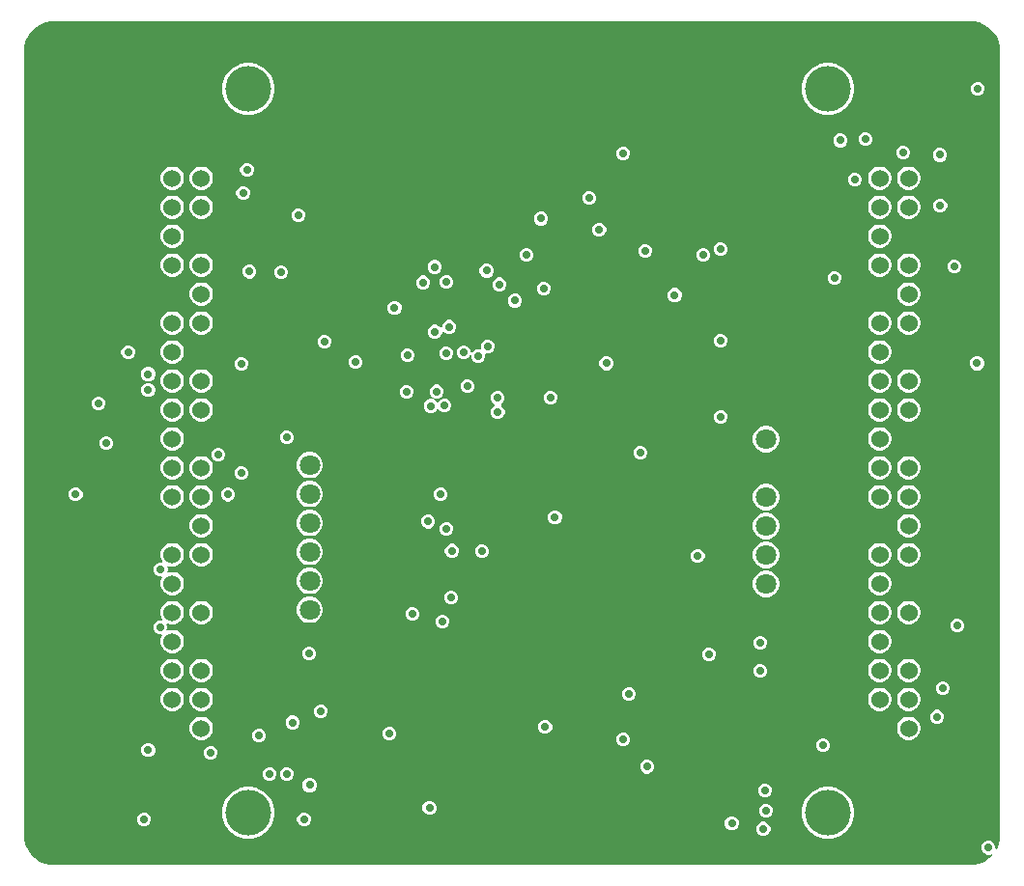
<source format=gbr>
%TF.GenerationSoftware,Altium Limited,Altium Designer,23.3.1 (30)*%
G04 Layer_Physical_Order=2*
G04 Layer_Color=36540*
%FSLAX45Y45*%
%MOMM*%
%TF.SameCoordinates,5468FEB5-A0EC-45A8-B7CF-D9D5DC2F6AF5*%
%TF.FilePolarity,Positive*%
%TF.FileFunction,Copper,L2,Inr,Signal*%
%TF.Part,Single*%
G01*
G75*
%TA.AperFunction,ComponentPad*%
%ADD34C,1.52400*%
%TA.AperFunction,TestPad*%
%ADD35C,1.80000*%
%TA.AperFunction,ViaPad*%
%ADD36C,4.00000*%
%ADD37C,0.70000*%
G36*
X13520090Y10590239D02*
X13566315Y10571092D01*
X13607915Y10543294D01*
X13643295Y10507915D01*
X13671092Y10466314D01*
X13690239Y10420089D01*
X13700000Y10371017D01*
Y10346000D01*
Y3454000D01*
Y3428983D01*
X13690239Y3379911D01*
X13673100Y3338534D01*
X13660400Y3341060D01*
Y3362014D01*
X13651205Y3384214D01*
X13634213Y3401205D01*
X13612013Y3410400D01*
X13587987D01*
X13565787Y3401205D01*
X13548795Y3384214D01*
X13539600Y3362014D01*
Y3337986D01*
X13548795Y3315786D01*
X13565787Y3298795D01*
X13587987Y3289600D01*
X13612013D01*
X13630511Y3297262D01*
X13637704Y3286495D01*
X13607915Y3256705D01*
X13566315Y3228908D01*
X13520090Y3209761D01*
X13471017Y3200000D01*
X5378983D01*
X5329911Y3209761D01*
X5283686Y3228908D01*
X5242085Y3256705D01*
X5206705Y3292084D01*
X5178908Y3333686D01*
X5159761Y3379911D01*
X5150000Y3428983D01*
Y3454000D01*
Y7800000D01*
Y10346000D01*
Y10371017D01*
X5159761Y10420089D01*
X5178908Y10466314D01*
X5206705Y10507915D01*
X5242085Y10543294D01*
X5283686Y10571092D01*
X5329911Y10590239D01*
X5378983Y10600000D01*
X13471017D01*
X13520090Y10590239D01*
D02*
G37*
%LPC*%
G36*
X13517194Y10070540D02*
X13493166D01*
X13470966Y10061345D01*
X13453975Y10044354D01*
X13444780Y10022154D01*
Y9998126D01*
X13453975Y9975926D01*
X13470966Y9958935D01*
X13493166Y9949740D01*
X13517194D01*
X13539394Y9958935D01*
X13556384Y9975926D01*
X13565581Y9998126D01*
Y10022154D01*
X13556384Y10044354D01*
X13539394Y10061345D01*
X13517194Y10070540D01*
D02*
G37*
G36*
X12214200Y10233000D02*
X12169800D01*
X12126253Y10224338D01*
X12085233Y10207347D01*
X12048316Y10182680D01*
X12016920Y10151284D01*
X11992253Y10114367D01*
X11975262Y10073347D01*
X11966600Y10029800D01*
Y9985400D01*
X11975262Y9941853D01*
X11992253Y9900833D01*
X12016920Y9863916D01*
X12048316Y9832520D01*
X12085233Y9807853D01*
X12126253Y9790862D01*
X12169800Y9782200D01*
X12214200D01*
X12257747Y9790862D01*
X12298767Y9807853D01*
X12335684Y9832520D01*
X12367080Y9863916D01*
X12391747Y9900833D01*
X12408738Y9941853D01*
X12417400Y9985400D01*
Y10029800D01*
X12408738Y10073347D01*
X12391747Y10114367D01*
X12367080Y10151284D01*
X12335684Y10182680D01*
X12298767Y10207347D01*
X12257747Y10224338D01*
X12214200Y10233000D01*
D02*
G37*
G36*
X7134200D02*
X7089800D01*
X7046253Y10224338D01*
X7005233Y10207347D01*
X6968316Y10182680D01*
X6936920Y10151284D01*
X6912253Y10114367D01*
X6895262Y10073347D01*
X6886600Y10029800D01*
Y9985400D01*
X6895262Y9941853D01*
X6912253Y9900833D01*
X6936920Y9863916D01*
X6968316Y9832520D01*
X7005233Y9807853D01*
X7046253Y9790862D01*
X7089800Y9782200D01*
X7134200D01*
X7177747Y9790862D01*
X7218767Y9807853D01*
X7255684Y9832520D01*
X7287080Y9863916D01*
X7311747Y9900833D01*
X7328738Y9941853D01*
X7337400Y9985400D01*
Y10029800D01*
X7328738Y10073347D01*
X7311747Y10114367D01*
X7287080Y10151284D01*
X7255684Y10182680D01*
X7218767Y10207347D01*
X7177747Y10224338D01*
X7134200Y10233000D01*
D02*
G37*
G36*
X12531674Y9626040D02*
X12507646D01*
X12485446Y9616845D01*
X12468455Y9599854D01*
X12459260Y9577654D01*
Y9553626D01*
X12468455Y9531426D01*
X12485446Y9514435D01*
X12507646Y9505240D01*
X12531674D01*
X12553874Y9514435D01*
X12570865Y9531426D01*
X12580060Y9553626D01*
Y9577654D01*
X12570865Y9599854D01*
X12553874Y9616845D01*
X12531674Y9626040D01*
D02*
G37*
G36*
X12313234Y9615880D02*
X12289206D01*
X12267006Y9606685D01*
X12250015Y9589694D01*
X12240820Y9567494D01*
Y9543466D01*
X12250015Y9521266D01*
X12267006Y9504275D01*
X12289206Y9495080D01*
X12313234D01*
X12335434Y9504275D01*
X12352425Y9521266D01*
X12361620Y9543466D01*
Y9567494D01*
X12352425Y9589694D01*
X12335434Y9606685D01*
X12313234Y9615880D01*
D02*
G37*
G36*
X12862013Y9510400D02*
X12837987D01*
X12815787Y9501205D01*
X12798795Y9484214D01*
X12789600Y9462014D01*
Y9437986D01*
X12798795Y9415786D01*
X12815787Y9398795D01*
X12837987Y9389600D01*
X12862013D01*
X12884213Y9398795D01*
X12901205Y9415786D01*
X12910400Y9437986D01*
Y9462014D01*
X12901205Y9484214D01*
X12884213Y9501205D01*
X12862013Y9510400D01*
D02*
G37*
G36*
X10410774Y9504120D02*
X10386746D01*
X10364546Y9494925D01*
X10347555Y9477934D01*
X10338360Y9455734D01*
Y9431706D01*
X10347555Y9409506D01*
X10364546Y9392515D01*
X10386746Y9383320D01*
X10410774D01*
X10432974Y9392515D01*
X10449965Y9409506D01*
X10459160Y9431706D01*
Y9455734D01*
X10449965Y9477934D01*
X10432974Y9494925D01*
X10410774Y9504120D01*
D02*
G37*
G36*
X13184454Y9488880D02*
X13160426D01*
X13138226Y9479685D01*
X13121236Y9462694D01*
X13112041Y9440494D01*
Y9416466D01*
X13121236Y9394266D01*
X13138226Y9377275D01*
X13160426Y9368080D01*
X13184454D01*
X13206654Y9377275D01*
X13223645Y9394266D01*
X13232840Y9416466D01*
Y9440494D01*
X13223645Y9462694D01*
X13206654Y9479685D01*
X13184454Y9488880D01*
D02*
G37*
G36*
X7112014Y9360400D02*
X7087986D01*
X7065786Y9351205D01*
X7048795Y9334214D01*
X7039600Y9312014D01*
Y9287986D01*
X7048795Y9265786D01*
X7065786Y9248795D01*
X7087986Y9239600D01*
X7112014D01*
X7134214Y9248795D01*
X7151205Y9265786D01*
X7160400Y9287986D01*
Y9312014D01*
X7151205Y9334214D01*
X7134214Y9351205D01*
X7112014Y9360400D01*
D02*
G37*
G36*
X12439634Y9272927D02*
X12415605D01*
X12393406Y9263732D01*
X12376415Y9246741D01*
X12367220Y9224541D01*
Y9200513D01*
X12376415Y9178313D01*
X12393406Y9161323D01*
X12415605Y9152127D01*
X12439634D01*
X12461833Y9161323D01*
X12478824Y9178313D01*
X12488019Y9200513D01*
Y9224541D01*
X12478824Y9246741D01*
X12461833Y9263732D01*
X12439634Y9272927D01*
D02*
G37*
G36*
X12913374Y9325601D02*
X12886624D01*
X12860783Y9318677D01*
X12837616Y9305301D01*
X12818700Y9286385D01*
X12805322Y9263217D01*
X12798400Y9237377D01*
Y9210625D01*
X12805322Y9184785D01*
X12818700Y9161617D01*
X12837616Y9142701D01*
X12860783Y9129325D01*
X12886624Y9122401D01*
X12913374D01*
X12939217Y9129325D01*
X12962384Y9142701D01*
X12981300Y9161617D01*
X12994676Y9184785D01*
X13001601Y9210625D01*
Y9237377D01*
X12994676Y9263217D01*
X12981300Y9286385D01*
X12962384Y9305301D01*
X12939217Y9318677D01*
X12913374Y9325601D01*
D02*
G37*
G36*
X12659375D02*
X12632624D01*
X12606784Y9318677D01*
X12583616Y9305301D01*
X12564699Y9286385D01*
X12551323Y9263217D01*
X12544400Y9237377D01*
Y9210625D01*
X12551323Y9184785D01*
X12564699Y9161617D01*
X12583616Y9142701D01*
X12606784Y9129325D01*
X12632624Y9122401D01*
X12659375D01*
X12685216Y9129325D01*
X12708384Y9142701D01*
X12727300Y9161617D01*
X12740676Y9184785D01*
X12747600Y9210625D01*
Y9237377D01*
X12740676Y9263217D01*
X12727300Y9286385D01*
X12708384Y9305301D01*
X12685216Y9318677D01*
X12659375Y9325601D01*
D02*
G37*
G36*
X6713378Y9325600D02*
X6686626D01*
X6660786Y9318676D01*
X6637618Y9305300D01*
X6618702Y9286384D01*
X6605326Y9263216D01*
X6598402Y9237376D01*
Y9210624D01*
X6605326Y9184784D01*
X6618702Y9161616D01*
X6637618Y9142700D01*
X6660786Y9129324D01*
X6686626Y9122400D01*
X6713378D01*
X6739218Y9129324D01*
X6762386Y9142700D01*
X6781302Y9161616D01*
X6794678Y9184784D01*
X6801602Y9210624D01*
Y9237376D01*
X6794678Y9263216D01*
X6781302Y9286384D01*
X6762386Y9305300D01*
X6739218Y9318676D01*
X6713378Y9325600D01*
D02*
G37*
G36*
X6459378D02*
X6432626D01*
X6406786Y9318676D01*
X6383618Y9305300D01*
X6364702Y9286384D01*
X6351326Y9263216D01*
X6344402Y9237376D01*
Y9210624D01*
X6351326Y9184784D01*
X6364702Y9161616D01*
X6383618Y9142700D01*
X6406786Y9129324D01*
X6432626Y9122400D01*
X6459378D01*
X6485218Y9129324D01*
X6508386Y9142700D01*
X6527302Y9161616D01*
X6540678Y9184784D01*
X6547602Y9210624D01*
Y9237376D01*
X6540678Y9263216D01*
X6527302Y9286384D01*
X6508386Y9305300D01*
X6485218Y9318676D01*
X6459378Y9325600D01*
D02*
G37*
G36*
X7078294Y9156140D02*
X7054266D01*
X7032066Y9146945D01*
X7015075Y9129954D01*
X7005880Y9107754D01*
Y9083726D01*
X7015075Y9061526D01*
X7032066Y9044535D01*
X7054266Y9035340D01*
X7078294D01*
X7100494Y9044535D01*
X7117485Y9061526D01*
X7126680Y9083726D01*
Y9107754D01*
X7117485Y9129954D01*
X7100494Y9146945D01*
X7078294Y9156140D01*
D02*
G37*
G36*
X10112014Y9110400D02*
X10087986D01*
X10065786Y9101205D01*
X10048795Y9084214D01*
X10039600Y9062014D01*
Y9037986D01*
X10048795Y9015786D01*
X10065786Y8998795D01*
X10087986Y8989600D01*
X10112014D01*
X10134214Y8998795D01*
X10151205Y9015786D01*
X10160400Y9037986D01*
Y9062014D01*
X10151205Y9084214D01*
X10134214Y9101205D01*
X10112014Y9110400D01*
D02*
G37*
G36*
X13189690Y9044383D02*
X13165660D01*
X13143462Y9035188D01*
X13126469Y9018197D01*
X13117274Y8995997D01*
Y8971969D01*
X13126469Y8949769D01*
X13143462Y8932778D01*
X13165660Y8923583D01*
X13189690D01*
X13211888Y8932778D01*
X13228879Y8949769D01*
X13238074Y8971969D01*
Y8995997D01*
X13228879Y9018197D01*
X13211888Y9035188D01*
X13189690Y9044383D01*
D02*
G37*
G36*
X12913374Y9071601D02*
X12886624D01*
X12860783Y9064677D01*
X12837616Y9051301D01*
X12818700Y9032385D01*
X12805322Y9009217D01*
X12798400Y8983377D01*
Y8956625D01*
X12805322Y8930785D01*
X12818700Y8907617D01*
X12837616Y8888701D01*
X12860783Y8875325D01*
X12886624Y8868401D01*
X12913374D01*
X12939217Y8875325D01*
X12962384Y8888701D01*
X12981300Y8907617D01*
X12994676Y8930785D01*
X13001601Y8956625D01*
Y8983377D01*
X12994676Y9009217D01*
X12981300Y9032385D01*
X12962384Y9051301D01*
X12939217Y9064677D01*
X12913374Y9071601D01*
D02*
G37*
G36*
X12659375D02*
X12632624D01*
X12606784Y9064677D01*
X12583616Y9051301D01*
X12564699Y9032385D01*
X12551323Y9009217D01*
X12544400Y8983377D01*
Y8956625D01*
X12551323Y8930785D01*
X12564699Y8907617D01*
X12583616Y8888701D01*
X12606784Y8875325D01*
X12632624Y8868401D01*
X12659375D01*
X12685216Y8875325D01*
X12708384Y8888701D01*
X12727300Y8907617D01*
X12740676Y8930785D01*
X12747600Y8956625D01*
Y8983377D01*
X12740676Y9009217D01*
X12727300Y9032385D01*
X12708384Y9051301D01*
X12685216Y9064677D01*
X12659375Y9071601D01*
D02*
G37*
G36*
X6713378Y9071600D02*
X6686626D01*
X6660786Y9064676D01*
X6637618Y9051300D01*
X6618702Y9032384D01*
X6605326Y9009216D01*
X6598402Y8983376D01*
Y8956624D01*
X6605326Y8930784D01*
X6618702Y8907616D01*
X6637618Y8888700D01*
X6660786Y8875324D01*
X6686626Y8868400D01*
X6713378D01*
X6739218Y8875324D01*
X6762386Y8888700D01*
X6781302Y8907616D01*
X6794678Y8930784D01*
X6801602Y8956624D01*
Y8983376D01*
X6794678Y9009216D01*
X6781302Y9032384D01*
X6762386Y9051300D01*
X6739218Y9064676D01*
X6713378Y9071600D01*
D02*
G37*
G36*
X6459378D02*
X6432626D01*
X6406786Y9064676D01*
X6383618Y9051300D01*
X6364702Y9032384D01*
X6351326Y9009216D01*
X6344402Y8983376D01*
Y8956624D01*
X6351326Y8930784D01*
X6364702Y8907616D01*
X6383618Y8888700D01*
X6406786Y8875324D01*
X6432626Y8868400D01*
X6459378D01*
X6485218Y8875324D01*
X6508386Y8888700D01*
X6527302Y8907616D01*
X6540678Y8930784D01*
X6547602Y8956624D01*
Y8983376D01*
X6540678Y9009216D01*
X6527302Y9032384D01*
X6508386Y9051300D01*
X6485218Y9064676D01*
X6459378Y9071600D01*
D02*
G37*
G36*
X7562014Y8960400D02*
X7537986D01*
X7515786Y8951205D01*
X7498795Y8934214D01*
X7489600Y8912014D01*
Y8887986D01*
X7498795Y8865786D01*
X7515786Y8848795D01*
X7537986Y8839600D01*
X7562014D01*
X7584214Y8848795D01*
X7601205Y8865786D01*
X7610400Y8887986D01*
Y8912014D01*
X7601205Y8934214D01*
X7584214Y8951205D01*
X7562014Y8960400D01*
D02*
G37*
G36*
X9691954Y8930080D02*
X9667926D01*
X9645726Y8920885D01*
X9628735Y8903894D01*
X9619540Y8881694D01*
Y8857666D01*
X9628735Y8835466D01*
X9645726Y8818475D01*
X9667926Y8809280D01*
X9691954D01*
X9714154Y8818475D01*
X9731145Y8835466D01*
X9740340Y8857666D01*
Y8881694D01*
X9731145Y8903894D01*
X9714154Y8920885D01*
X9691954Y8930080D01*
D02*
G37*
G36*
X10201254Y8832260D02*
X10177226D01*
X10155026Y8823065D01*
X10138035Y8806074D01*
X10128840Y8783874D01*
Y8759846D01*
X10138035Y8737646D01*
X10155026Y8720655D01*
X10177226Y8711460D01*
X10201254D01*
X10223454Y8720655D01*
X10240444Y8737646D01*
X10249640Y8759846D01*
Y8783874D01*
X10240444Y8806074D01*
X10223454Y8823065D01*
X10201254Y8832260D01*
D02*
G37*
G36*
X12659375Y8817601D02*
X12632624D01*
X12606784Y8810677D01*
X12583616Y8797301D01*
X12564699Y8778385D01*
X12551323Y8755217D01*
X12544400Y8729377D01*
Y8702625D01*
X12551323Y8676785D01*
X12564699Y8653617D01*
X12583616Y8634701D01*
X12606784Y8621325D01*
X12632624Y8614401D01*
X12659375D01*
X12685216Y8621325D01*
X12708384Y8634701D01*
X12727300Y8653617D01*
X12740676Y8676785D01*
X12747600Y8702625D01*
Y8729377D01*
X12740676Y8755217D01*
X12727300Y8778385D01*
X12708384Y8797301D01*
X12685216Y8810677D01*
X12659375Y8817601D01*
D02*
G37*
G36*
X6459378Y8817600D02*
X6432626D01*
X6406786Y8810676D01*
X6383618Y8797300D01*
X6364702Y8778384D01*
X6351326Y8755216D01*
X6344402Y8729376D01*
Y8702624D01*
X6351326Y8676784D01*
X6364702Y8653616D01*
X6383618Y8634700D01*
X6406786Y8621324D01*
X6432626Y8614400D01*
X6459378D01*
X6485218Y8621324D01*
X6508386Y8634700D01*
X6527302Y8653616D01*
X6540678Y8676784D01*
X6547602Y8702624D01*
Y8729376D01*
X6540678Y8755216D01*
X6527302Y8778384D01*
X6508386Y8797300D01*
X6485218Y8810676D01*
X6459378Y8817600D01*
D02*
G37*
G36*
X11262014Y8660400D02*
X11237986D01*
X11215786Y8651205D01*
X11198795Y8634214D01*
X11189600Y8612014D01*
Y8587986D01*
X11198795Y8565786D01*
X11215786Y8548795D01*
X11237986Y8539600D01*
X11262014D01*
X11284214Y8548795D01*
X11301205Y8565786D01*
X11310400Y8587986D01*
Y8612014D01*
X11301205Y8634214D01*
X11284214Y8651205D01*
X11262014Y8660400D01*
D02*
G37*
G36*
X10602996Y8648140D02*
X10578968D01*
X10556768Y8638945D01*
X10539777Y8621954D01*
X10530582Y8599754D01*
Y8575726D01*
X10539777Y8553526D01*
X10556768Y8536535D01*
X10578968Y8527340D01*
X10602996D01*
X10625196Y8536535D01*
X10642187Y8553526D01*
X10651382Y8575726D01*
Y8599754D01*
X10642187Y8621954D01*
X10625196Y8638945D01*
X10602996Y8648140D01*
D02*
G37*
G36*
X11112014Y8610400D02*
X11087986D01*
X11065786Y8601205D01*
X11048795Y8584214D01*
X11039600Y8562014D01*
Y8537986D01*
X11048795Y8515786D01*
X11065786Y8498795D01*
X11087986Y8489600D01*
X11112014D01*
X11134214Y8498795D01*
X11151205Y8515786D01*
X11160400Y8537986D01*
Y8562014D01*
X11151205Y8584214D01*
X11134214Y8601205D01*
X11112014Y8610400D01*
D02*
G37*
G36*
X9562014D02*
X9537986D01*
X9515786Y8601205D01*
X9498795Y8584214D01*
X9489600Y8562014D01*
Y8537986D01*
X9498795Y8515786D01*
X9515786Y8498795D01*
X9537986Y8489600D01*
X9562014D01*
X9584214Y8498795D01*
X9601205Y8515786D01*
X9610400Y8537986D01*
Y8562014D01*
X9601205Y8584214D01*
X9584214Y8601205D01*
X9562014Y8610400D01*
D02*
G37*
G36*
X13312013Y8510400D02*
X13287987D01*
X13265787Y8501205D01*
X13248795Y8484214D01*
X13239600Y8462014D01*
Y8437986D01*
X13248795Y8415786D01*
X13265787Y8398795D01*
X13287987Y8389600D01*
X13312013D01*
X13334213Y8398795D01*
X13351205Y8415786D01*
X13360400Y8437986D01*
Y8462014D01*
X13351205Y8484214D01*
X13334213Y8501205D01*
X13312013Y8510400D01*
D02*
G37*
G36*
X8758124Y8506510D02*
X8734096D01*
X8711896Y8497314D01*
X8694905Y8480324D01*
X8685710Y8458124D01*
Y8434096D01*
X8694905Y8411896D01*
X8711896Y8394905D01*
X8734096Y8385710D01*
X8758124D01*
X8780324Y8394905D01*
X8797314Y8411896D01*
X8806510Y8434096D01*
Y8458124D01*
X8797314Y8480324D01*
X8780324Y8497314D01*
X8758124Y8506510D01*
D02*
G37*
G36*
X12913374Y8563601D02*
X12886624D01*
X12860783Y8556677D01*
X12837616Y8543301D01*
X12818700Y8524385D01*
X12805322Y8501217D01*
X12798400Y8475377D01*
Y8448625D01*
X12805322Y8422785D01*
X12818700Y8399617D01*
X12837616Y8380701D01*
X12860783Y8367325D01*
X12886624Y8360401D01*
X12913374D01*
X12939217Y8367325D01*
X12962384Y8380701D01*
X12981300Y8399617D01*
X12994676Y8422785D01*
X13001601Y8448625D01*
Y8475377D01*
X12994676Y8501217D01*
X12981300Y8524385D01*
X12962384Y8543301D01*
X12939217Y8556677D01*
X12913374Y8563601D01*
D02*
G37*
G36*
X12659375D02*
X12632624D01*
X12606784Y8556677D01*
X12583616Y8543301D01*
X12564699Y8524385D01*
X12551323Y8501217D01*
X12544400Y8475377D01*
Y8448625D01*
X12551323Y8422785D01*
X12564699Y8399617D01*
X12583616Y8380701D01*
X12606784Y8367325D01*
X12632624Y8360401D01*
X12659375D01*
X12685216Y8367325D01*
X12708384Y8380701D01*
X12727300Y8399617D01*
X12740676Y8422785D01*
X12747600Y8448625D01*
Y8475377D01*
X12740676Y8501217D01*
X12727300Y8524385D01*
X12708384Y8543301D01*
X12685216Y8556677D01*
X12659375Y8563601D01*
D02*
G37*
G36*
X6713378Y8563600D02*
X6686626D01*
X6660786Y8556676D01*
X6637618Y8543300D01*
X6618702Y8524384D01*
X6605326Y8501216D01*
X6598402Y8475376D01*
Y8448624D01*
X6605326Y8422784D01*
X6618702Y8399616D01*
X6637618Y8380700D01*
X6660786Y8367324D01*
X6686626Y8360400D01*
X6713378D01*
X6739218Y8367324D01*
X6762386Y8380700D01*
X6781302Y8399616D01*
X6794678Y8422784D01*
X6801602Y8448624D01*
Y8475376D01*
X6794678Y8501216D01*
X6781302Y8524384D01*
X6762386Y8543300D01*
X6739218Y8556676D01*
X6713378Y8563600D01*
D02*
G37*
G36*
X6459378D02*
X6432626D01*
X6406786Y8556676D01*
X6383618Y8543300D01*
X6364702Y8524384D01*
X6351326Y8501216D01*
X6344402Y8475376D01*
Y8448624D01*
X6351326Y8422784D01*
X6364702Y8399616D01*
X6383618Y8380700D01*
X6406786Y8367324D01*
X6432626Y8360400D01*
X6459378D01*
X6485218Y8367324D01*
X6508386Y8380700D01*
X6527302Y8399616D01*
X6540678Y8422784D01*
X6547602Y8448624D01*
Y8475376D01*
X6540678Y8501216D01*
X6527302Y8524384D01*
X6508386Y8543300D01*
X6485218Y8556676D01*
X6459378Y8563600D01*
D02*
G37*
G36*
X9211894Y8472880D02*
X9187866D01*
X9165666Y8463685D01*
X9148675Y8446694D01*
X9139480Y8424494D01*
Y8400466D01*
X9148675Y8378266D01*
X9165666Y8361275D01*
X9187866Y8352080D01*
X9211894D01*
X9234094Y8361275D01*
X9251085Y8378266D01*
X9260280Y8400466D01*
Y8424494D01*
X9251085Y8446694D01*
X9234094Y8463685D01*
X9211894Y8472880D01*
D02*
G37*
G36*
X7134174Y8465260D02*
X7110146D01*
X7087946Y8456065D01*
X7070955Y8439074D01*
X7061760Y8416874D01*
Y8392846D01*
X7070955Y8370646D01*
X7087946Y8353655D01*
X7110146Y8344460D01*
X7134174D01*
X7156374Y8353655D01*
X7173365Y8370646D01*
X7182560Y8392846D01*
Y8416874D01*
X7173365Y8439074D01*
X7156374Y8456065D01*
X7134174Y8465260D01*
D02*
G37*
G36*
X7412010Y8460398D02*
X7387981D01*
X7365782Y8451203D01*
X7348791Y8434212D01*
X7339595Y8412013D01*
Y8387984D01*
X7348791Y8365785D01*
X7365782Y8348794D01*
X7387981Y8339599D01*
X7412010D01*
X7434209Y8348794D01*
X7451200Y8365785D01*
X7460395Y8387984D01*
Y8412013D01*
X7451200Y8434212D01*
X7434209Y8451203D01*
X7412010Y8460398D01*
D02*
G37*
G36*
X12262014Y8410400D02*
X12237986D01*
X12215786Y8401205D01*
X12198795Y8384214D01*
X12189600Y8362014D01*
Y8337986D01*
X12198795Y8315786D01*
X12215786Y8298795D01*
X12237986Y8289600D01*
X12262014D01*
X12284214Y8298795D01*
X12301205Y8315786D01*
X12310400Y8337986D01*
Y8362014D01*
X12301205Y8384214D01*
X12284214Y8401205D01*
X12262014Y8410400D01*
D02*
G37*
G36*
X8861374Y8373820D02*
X8837346D01*
X8815146Y8364625D01*
X8798155Y8347634D01*
X8788960Y8325434D01*
Y8301406D01*
X8798155Y8279206D01*
X8815146Y8262215D01*
X8837346Y8253020D01*
X8861374D01*
X8883574Y8262215D01*
X8900565Y8279206D01*
X8909760Y8301406D01*
Y8325434D01*
X8900565Y8347634D01*
X8883574Y8364625D01*
X8861374Y8373820D01*
D02*
G37*
G36*
X8659654Y8370220D02*
X8635626D01*
X8613426Y8361025D01*
X8596435Y8344034D01*
X8587240Y8321834D01*
Y8297806D01*
X8596435Y8275606D01*
X8613426Y8258615D01*
X8635626Y8249420D01*
X8659654D01*
X8681854Y8258615D01*
X8698845Y8275606D01*
X8708040Y8297806D01*
Y8321834D01*
X8698845Y8344034D01*
X8681854Y8361025D01*
X8659654Y8370220D01*
D02*
G37*
G36*
X9327174Y8353400D02*
X9303145D01*
X9280946Y8344205D01*
X9263955Y8327214D01*
X9254760Y8305014D01*
Y8280986D01*
X9263955Y8258786D01*
X9280946Y8241796D01*
X9303145Y8232600D01*
X9327174D01*
X9349373Y8241796D01*
X9366364Y8258786D01*
X9375560Y8280986D01*
Y8305014D01*
X9366364Y8327214D01*
X9349373Y8344205D01*
X9327174Y8353400D01*
D02*
G37*
G36*
X9713347Y8317311D02*
X9689319D01*
X9667119Y8308116D01*
X9650128Y8291125D01*
X9640933Y8268925D01*
Y8244897D01*
X9650128Y8222697D01*
X9667119Y8205706D01*
X9689319Y8196511D01*
X9713347D01*
X9735547Y8205706D01*
X9752538Y8222697D01*
X9761733Y8244897D01*
Y8268925D01*
X9752538Y8291125D01*
X9735547Y8308116D01*
X9713347Y8317311D01*
D02*
G37*
G36*
X10862014Y8260400D02*
X10837986D01*
X10815786Y8251205D01*
X10798795Y8234214D01*
X10789600Y8212014D01*
Y8187986D01*
X10798795Y8165786D01*
X10815786Y8148795D01*
X10837986Y8139600D01*
X10862014D01*
X10884214Y8148795D01*
X10901205Y8165786D01*
X10910400Y8187986D01*
Y8212014D01*
X10901205Y8234214D01*
X10884214Y8251205D01*
X10862014Y8260400D01*
D02*
G37*
G36*
X12913374Y8309601D02*
X12886624D01*
X12860783Y8302677D01*
X12837616Y8289301D01*
X12818700Y8270385D01*
X12805322Y8247217D01*
X12798400Y8221377D01*
Y8194625D01*
X12805322Y8168785D01*
X12818700Y8145617D01*
X12837616Y8126701D01*
X12860783Y8113325D01*
X12886624Y8106401D01*
X12913374D01*
X12939217Y8113325D01*
X12962384Y8126701D01*
X12981300Y8145617D01*
X12994676Y8168785D01*
X13001601Y8194625D01*
Y8221377D01*
X12994676Y8247217D01*
X12981300Y8270385D01*
X12962384Y8289301D01*
X12939217Y8302677D01*
X12913374Y8309601D01*
D02*
G37*
G36*
X6713378Y8309600D02*
X6686626D01*
X6660786Y8302676D01*
X6637618Y8289300D01*
X6618702Y8270384D01*
X6605326Y8247216D01*
X6598402Y8221376D01*
Y8194624D01*
X6605326Y8168784D01*
X6618702Y8145616D01*
X6637618Y8126700D01*
X6660786Y8113324D01*
X6686626Y8106400D01*
X6713378D01*
X6739218Y8113324D01*
X6762386Y8126700D01*
X6781302Y8145616D01*
X6794678Y8168784D01*
X6801602Y8194624D01*
Y8221376D01*
X6794678Y8247216D01*
X6781302Y8270384D01*
X6762386Y8289300D01*
X6739218Y8302676D01*
X6713378Y8309600D01*
D02*
G37*
G36*
X9462014Y8210400D02*
X9437986D01*
X9415786Y8201205D01*
X9398795Y8184214D01*
X9389600Y8162014D01*
Y8137986D01*
X9398795Y8115786D01*
X9415786Y8098795D01*
X9437986Y8089600D01*
X9462014D01*
X9484214Y8098795D01*
X9501205Y8115786D01*
X9510400Y8137986D01*
Y8162014D01*
X9501205Y8184214D01*
X9484214Y8201205D01*
X9462014Y8210400D01*
D02*
G37*
G36*
X8406545Y8147930D02*
X8382516D01*
X8360317Y8138734D01*
X8343326Y8121743D01*
X8334130Y8099544D01*
Y8075515D01*
X8343326Y8053316D01*
X8360317Y8036325D01*
X8382516Y8027130D01*
X8406545D01*
X8428744Y8036325D01*
X8445735Y8053316D01*
X8454930Y8075515D01*
Y8099544D01*
X8445735Y8121743D01*
X8428744Y8138734D01*
X8406545Y8147930D01*
D02*
G37*
G36*
X8882514Y7980900D02*
X8858486D01*
X8836286Y7971704D01*
X8819295Y7954714D01*
X8810100Y7932514D01*
Y7920021D01*
X8797400Y7915600D01*
X8783535Y7929465D01*
X8761336Y7938660D01*
X8737307D01*
X8715108Y7929465D01*
X8698117Y7912474D01*
X8688921Y7890274D01*
Y7866246D01*
X8698117Y7844046D01*
X8715108Y7827055D01*
X8737307Y7817860D01*
X8761336D01*
X8783535Y7827055D01*
X8800526Y7844046D01*
X8809721Y7866246D01*
Y7878739D01*
X8822421Y7883160D01*
X8836286Y7869295D01*
X8858486Y7860100D01*
X8882514D01*
X8904714Y7869295D01*
X8921705Y7886286D01*
X8930900Y7908486D01*
Y7932514D01*
X8921705Y7954714D01*
X8904714Y7971704D01*
X8882514Y7980900D01*
D02*
G37*
G36*
X12913374Y8055601D02*
X12886624D01*
X12860783Y8048677D01*
X12837616Y8035301D01*
X12818700Y8016385D01*
X12805322Y7993217D01*
X12798400Y7967377D01*
Y7940625D01*
X12805322Y7914785D01*
X12818700Y7891617D01*
X12837616Y7872701D01*
X12860783Y7859325D01*
X12886624Y7852401D01*
X12913374D01*
X12939217Y7859325D01*
X12962384Y7872701D01*
X12981300Y7891617D01*
X12994676Y7914785D01*
X13001601Y7940625D01*
Y7967377D01*
X12994676Y7993217D01*
X12981300Y8016385D01*
X12962384Y8035301D01*
X12939217Y8048677D01*
X12913374Y8055601D01*
D02*
G37*
G36*
X12659375D02*
X12632624D01*
X12606784Y8048677D01*
X12583616Y8035301D01*
X12564699Y8016385D01*
X12551323Y7993217D01*
X12544400Y7967377D01*
Y7940625D01*
X12551323Y7914785D01*
X12564699Y7891617D01*
X12583616Y7872701D01*
X12606784Y7859325D01*
X12632624Y7852401D01*
X12659375D01*
X12685216Y7859325D01*
X12708384Y7872701D01*
X12727300Y7891617D01*
X12740676Y7914785D01*
X12747600Y7940625D01*
Y7967377D01*
X12740676Y7993217D01*
X12727300Y8016385D01*
X12708384Y8035301D01*
X12685216Y8048677D01*
X12659375Y8055601D01*
D02*
G37*
G36*
X6713378Y8055600D02*
X6686626D01*
X6660786Y8048676D01*
X6637618Y8035300D01*
X6618702Y8016384D01*
X6605326Y7993216D01*
X6598402Y7967376D01*
Y7940624D01*
X6605326Y7914784D01*
X6618702Y7891616D01*
X6637618Y7872700D01*
X6660786Y7859324D01*
X6686626Y7852400D01*
X6713378D01*
X6739218Y7859324D01*
X6762386Y7872700D01*
X6781302Y7891616D01*
X6794678Y7914784D01*
X6801602Y7940624D01*
Y7967376D01*
X6794678Y7993216D01*
X6781302Y8016384D01*
X6762386Y8035300D01*
X6739218Y8048676D01*
X6713378Y8055600D01*
D02*
G37*
G36*
X6459378D02*
X6432626D01*
X6406786Y8048676D01*
X6383618Y8035300D01*
X6364702Y8016384D01*
X6351326Y7993216D01*
X6344402Y7967376D01*
Y7940624D01*
X6351326Y7914784D01*
X6364702Y7891616D01*
X6383618Y7872700D01*
X6406786Y7859324D01*
X6432626Y7852400D01*
X6459378D01*
X6485218Y7859324D01*
X6508386Y7872700D01*
X6527302Y7891616D01*
X6540678Y7914784D01*
X6547602Y7940624D01*
Y7967376D01*
X6540678Y7993216D01*
X6527302Y8016384D01*
X6508386Y8035300D01*
X6485218Y8048676D01*
X6459378Y8055600D01*
D02*
G37*
G36*
X11262014Y7860400D02*
X11237986D01*
X11215786Y7851205D01*
X11198795Y7834214D01*
X11189600Y7812014D01*
Y7787986D01*
X11198795Y7765786D01*
X11215786Y7748795D01*
X11237986Y7739600D01*
X11262014D01*
X11284214Y7748795D01*
X11301205Y7765786D01*
X11310400Y7787986D01*
Y7812014D01*
X11301205Y7834214D01*
X11284214Y7851205D01*
X11262014Y7860400D01*
D02*
G37*
G36*
X7792034Y7853120D02*
X7768006D01*
X7745806Y7843925D01*
X7728815Y7826934D01*
X7719620Y7804734D01*
Y7780706D01*
X7728815Y7758506D01*
X7745806Y7741515D01*
X7768006Y7732320D01*
X7792034D01*
X7814234Y7741515D01*
X7831225Y7758506D01*
X7840420Y7780706D01*
Y7804734D01*
X7831225Y7826934D01*
X7814234Y7843925D01*
X7792034Y7853120D01*
D02*
G37*
G36*
X9221236Y7809940D02*
X9197208D01*
X9175008Y7800745D01*
X9158017Y7783754D01*
X9148822Y7761554D01*
Y7737526D01*
X9150368Y7733794D01*
X9141388Y7724814D01*
X9138234Y7726120D01*
X9114206D01*
X9092006Y7716925D01*
X9075015Y7699934D01*
X9073100Y7695310D01*
X9060400Y7697836D01*
Y7712014D01*
X9051205Y7734214D01*
X9034214Y7751205D01*
X9012014Y7760400D01*
X8987986D01*
X8965786Y7751205D01*
X8948795Y7734214D01*
X8939600Y7712014D01*
Y7687986D01*
X8948795Y7665786D01*
X8965786Y7648795D01*
X8987986Y7639600D01*
X9012014D01*
X9034214Y7648795D01*
X9051205Y7665786D01*
X9053120Y7670410D01*
X9065820Y7667884D01*
Y7653706D01*
X9075015Y7631506D01*
X9092006Y7614515D01*
X9114206Y7605320D01*
X9138234D01*
X9160434Y7614515D01*
X9177425Y7631506D01*
X9186620Y7653706D01*
Y7677734D01*
X9185074Y7681466D01*
X9194055Y7690446D01*
X9197208Y7689140D01*
X9221236D01*
X9243436Y7698335D01*
X9260427Y7715326D01*
X9269622Y7737526D01*
Y7761554D01*
X9260427Y7783754D01*
X9243436Y7800745D01*
X9221236Y7809940D01*
D02*
G37*
G36*
X6071159Y7760400D02*
X6047130D01*
X6024931Y7751204D01*
X6007940Y7734214D01*
X5998745Y7712014D01*
Y7687986D01*
X6007940Y7665786D01*
X6024931Y7648795D01*
X6047130Y7639600D01*
X6071159D01*
X6093358Y7648795D01*
X6110349Y7665786D01*
X6119545Y7687986D01*
Y7712014D01*
X6110349Y7734214D01*
X6093358Y7751204D01*
X6071159Y7760400D01*
D02*
G37*
G36*
X8857564Y7750250D02*
X8833536D01*
X8811336Y7741055D01*
X8794345Y7724064D01*
X8785150Y7701864D01*
Y7677836D01*
X8794345Y7655636D01*
X8811336Y7638645D01*
X8833536Y7629450D01*
X8857564D01*
X8879764Y7638645D01*
X8896755Y7655636D01*
X8905950Y7677836D01*
Y7701864D01*
X8896755Y7724064D01*
X8879764Y7741055D01*
X8857564Y7750250D01*
D02*
G37*
G36*
X8518474Y7731901D02*
X8494446D01*
X8472246Y7722706D01*
X8455255Y7705715D01*
X8446060Y7683515D01*
Y7659487D01*
X8455255Y7637287D01*
X8472246Y7620296D01*
X8494446Y7611101D01*
X8518474D01*
X8540674Y7620296D01*
X8557665Y7637287D01*
X8566860Y7659487D01*
Y7683515D01*
X8557665Y7705715D01*
X8540674Y7722706D01*
X8518474Y7731901D01*
D02*
G37*
G36*
X12659375Y7801601D02*
X12632624D01*
X12606784Y7794677D01*
X12583616Y7781301D01*
X12564699Y7762385D01*
X12551323Y7739217D01*
X12544400Y7713377D01*
Y7686625D01*
X12551323Y7660785D01*
X12564699Y7637617D01*
X12583616Y7618701D01*
X12606784Y7605325D01*
X12632624Y7598401D01*
X12659375D01*
X12685216Y7605325D01*
X12708384Y7618701D01*
X12727300Y7637617D01*
X12740676Y7660785D01*
X12747600Y7686625D01*
Y7713377D01*
X12740676Y7739217D01*
X12727300Y7762385D01*
X12708384Y7781301D01*
X12685216Y7794677D01*
X12659375Y7801601D01*
D02*
G37*
G36*
X6459378Y7801600D02*
X6432626D01*
X6406786Y7794676D01*
X6383618Y7781300D01*
X6364702Y7762384D01*
X6351326Y7739216D01*
X6344402Y7713376D01*
Y7686624D01*
X6351326Y7660784D01*
X6364702Y7637616D01*
X6383618Y7618700D01*
X6406786Y7605324D01*
X6432626Y7598400D01*
X6459378D01*
X6485218Y7605324D01*
X6508386Y7618700D01*
X6527302Y7637616D01*
X6540678Y7660784D01*
X6547602Y7686624D01*
Y7713376D01*
X6540678Y7739216D01*
X6527302Y7762384D01*
X6508386Y7781300D01*
X6485218Y7794676D01*
X6459378Y7801600D01*
D02*
G37*
G36*
X8066354Y7670240D02*
X8042326D01*
X8020126Y7661045D01*
X8003135Y7644054D01*
X7993940Y7621854D01*
Y7597826D01*
X8003135Y7575626D01*
X8020126Y7558635D01*
X8042326Y7549440D01*
X8066354D01*
X8088554Y7558635D01*
X8105545Y7575626D01*
X8114740Y7597826D01*
Y7621854D01*
X8105545Y7644054D01*
X8088554Y7661045D01*
X8066354Y7670240D01*
D02*
G37*
G36*
X13512013Y7660400D02*
X13487987D01*
X13465787Y7651205D01*
X13448795Y7634214D01*
X13439600Y7612014D01*
Y7587986D01*
X13448795Y7565786D01*
X13465787Y7548795D01*
X13487987Y7539600D01*
X13512013D01*
X13534213Y7548795D01*
X13551205Y7565786D01*
X13560400Y7587986D01*
Y7612014D01*
X13551205Y7634214D01*
X13534213Y7651205D01*
X13512013Y7660400D01*
D02*
G37*
G36*
X10262014D02*
X10237986D01*
X10215786Y7651205D01*
X10198795Y7634214D01*
X10189600Y7612014D01*
Y7587986D01*
X10198795Y7565786D01*
X10215786Y7548795D01*
X10237986Y7539600D01*
X10262014D01*
X10284214Y7548795D01*
X10301205Y7565786D01*
X10310400Y7587986D01*
Y7612014D01*
X10301205Y7634214D01*
X10284214Y7651205D01*
X10262014Y7660400D01*
D02*
G37*
G36*
X7063054Y7657540D02*
X7039026D01*
X7016826Y7648345D01*
X6999835Y7631354D01*
X6990640Y7609154D01*
Y7585126D01*
X6999835Y7562926D01*
X7016826Y7545935D01*
X7039026Y7536740D01*
X7063054D01*
X7085254Y7545935D01*
X7102245Y7562926D01*
X7111440Y7585126D01*
Y7609154D01*
X7102245Y7631354D01*
X7085254Y7648345D01*
X7063054Y7657540D01*
D02*
G37*
G36*
X6247714Y7566664D02*
X6223686D01*
X6201486Y7557469D01*
X6184495Y7540478D01*
X6175300Y7518278D01*
Y7494250D01*
X6184495Y7472050D01*
X6201486Y7455059D01*
X6223686Y7445864D01*
X6247714D01*
X6269914Y7455059D01*
X6286905Y7472050D01*
X6296100Y7494250D01*
Y7518278D01*
X6286905Y7540478D01*
X6269914Y7557469D01*
X6247714Y7566664D01*
D02*
G37*
G36*
X12913374Y7547601D02*
X12886624D01*
X12860783Y7540677D01*
X12837616Y7527301D01*
X12818700Y7508385D01*
X12805322Y7485217D01*
X12798400Y7459377D01*
Y7432625D01*
X12805322Y7406785D01*
X12818700Y7383617D01*
X12837616Y7364701D01*
X12860783Y7351325D01*
X12886624Y7344401D01*
X12913374D01*
X12939217Y7351325D01*
X12962384Y7364701D01*
X12981300Y7383617D01*
X12994676Y7406785D01*
X13001601Y7432625D01*
Y7459377D01*
X12994676Y7485217D01*
X12981300Y7508385D01*
X12962384Y7527301D01*
X12939217Y7540677D01*
X12913374Y7547601D01*
D02*
G37*
G36*
X12659375D02*
X12632624D01*
X12606784Y7540677D01*
X12583616Y7527301D01*
X12564699Y7508385D01*
X12551323Y7485217D01*
X12544400Y7459377D01*
Y7432625D01*
X12551323Y7406785D01*
X12564699Y7383617D01*
X12583616Y7364701D01*
X12606784Y7351325D01*
X12632624Y7344401D01*
X12659375D01*
X12685216Y7351325D01*
X12708384Y7364701D01*
X12727300Y7383617D01*
X12740676Y7406785D01*
X12747600Y7432625D01*
Y7459377D01*
X12740676Y7485217D01*
X12727300Y7508385D01*
X12708384Y7527301D01*
X12685216Y7540677D01*
X12659375Y7547601D01*
D02*
G37*
G36*
X6713378Y7547600D02*
X6686626D01*
X6660786Y7540676D01*
X6637618Y7527300D01*
X6618702Y7508384D01*
X6605326Y7485216D01*
X6598402Y7459376D01*
Y7432624D01*
X6605326Y7406784D01*
X6618702Y7383616D01*
X6637618Y7364700D01*
X6660786Y7351324D01*
X6686626Y7344400D01*
X6713378D01*
X6739218Y7351324D01*
X6762386Y7364700D01*
X6781302Y7383616D01*
X6794678Y7406784D01*
X6801602Y7432624D01*
Y7459376D01*
X6794678Y7485216D01*
X6781302Y7508384D01*
X6762386Y7527300D01*
X6739218Y7540676D01*
X6713378Y7547600D01*
D02*
G37*
G36*
X6459378D02*
X6432626D01*
X6406786Y7540676D01*
X6383618Y7527300D01*
X6364702Y7508384D01*
X6351326Y7485216D01*
X6344402Y7459376D01*
Y7432624D01*
X6351326Y7406784D01*
X6364702Y7383616D01*
X6383618Y7364700D01*
X6406786Y7351324D01*
X6432626Y7344400D01*
X6459378D01*
X6485218Y7351324D01*
X6508386Y7364700D01*
X6527302Y7383616D01*
X6540678Y7406784D01*
X6547602Y7432624D01*
Y7459376D01*
X6540678Y7485216D01*
X6527302Y7508384D01*
X6508386Y7527300D01*
X6485218Y7540676D01*
X6459378Y7547600D01*
D02*
G37*
G36*
X9044376Y7460141D02*
X9020347D01*
X8998148Y7450946D01*
X8981157Y7433955D01*
X8971962Y7411756D01*
Y7387727D01*
X8981157Y7365528D01*
X8998148Y7348537D01*
X9020347Y7339341D01*
X9044376D01*
X9066575Y7348537D01*
X9083566Y7365528D01*
X9092762Y7387727D01*
Y7411756D01*
X9083566Y7433955D01*
X9066575Y7450946D01*
X9044376Y7460141D01*
D02*
G37*
G36*
X6247714Y7427670D02*
X6223686D01*
X6201486Y7418475D01*
X6184495Y7401484D01*
X6175300Y7379284D01*
Y7355256D01*
X6184495Y7333056D01*
X6201486Y7316065D01*
X6223686Y7306870D01*
X6247714D01*
X6269914Y7316065D01*
X6286905Y7333056D01*
X6296100Y7355256D01*
Y7379284D01*
X6286905Y7401484D01*
X6269914Y7418475D01*
X6247714Y7427670D01*
D02*
G37*
G36*
X8777554Y7413700D02*
X8753526D01*
X8731326Y7404505D01*
X8714335Y7387514D01*
X8705140Y7365314D01*
Y7341286D01*
X8714335Y7319086D01*
X8731326Y7302095D01*
X8753526Y7292900D01*
X8777554D01*
X8799754Y7302095D01*
X8816745Y7319086D01*
X8825940Y7341286D01*
Y7365314D01*
X8816745Y7387514D01*
X8799754Y7404505D01*
X8777554Y7413700D01*
D02*
G37*
G36*
X8510854Y7411160D02*
X8486826D01*
X8464626Y7401965D01*
X8447635Y7384974D01*
X8438440Y7362774D01*
Y7338746D01*
X8447635Y7316546D01*
X8464626Y7299555D01*
X8486826Y7290360D01*
X8510854D01*
X8533054Y7299555D01*
X8550045Y7316546D01*
X8559240Y7338746D01*
Y7362774D01*
X8550045Y7384974D01*
X8533054Y7401965D01*
X8510854Y7411160D01*
D02*
G37*
G36*
X8843594Y7291780D02*
X8819566D01*
X8797366Y7282585D01*
X8780375Y7265594D01*
X8777952Y7259743D01*
X8765252D01*
X8764705Y7261062D01*
X8747714Y7278053D01*
X8725515Y7287249D01*
X8701486D01*
X8679287Y7278053D01*
X8662296Y7261062D01*
X8653101Y7238863D01*
Y7214834D01*
X8662296Y7192635D01*
X8679287Y7175644D01*
X8701486Y7166449D01*
X8725515D01*
X8747714Y7175644D01*
X8764705Y7192635D01*
X8767129Y7198486D01*
X8779829D01*
X8780375Y7197166D01*
X8797366Y7180175D01*
X8819566Y7170980D01*
X8843594D01*
X8865794Y7180175D01*
X8882785Y7197166D01*
X8891980Y7219366D01*
Y7243394D01*
X8882785Y7265594D01*
X8865794Y7282585D01*
X8843594Y7291780D01*
D02*
G37*
G36*
X9773234Y7360360D02*
X9749206D01*
X9727006Y7351165D01*
X9710015Y7334174D01*
X9700820Y7311974D01*
Y7287946D01*
X9710015Y7265746D01*
X9727006Y7248755D01*
X9749206Y7239560D01*
X9773234D01*
X9795434Y7248755D01*
X9812425Y7265746D01*
X9821620Y7287946D01*
Y7311974D01*
X9812425Y7334174D01*
X9795434Y7351165D01*
X9773234Y7360360D01*
D02*
G37*
G36*
X5812014Y7310400D02*
X5787986D01*
X5765786Y7301205D01*
X5748795Y7284214D01*
X5739600Y7262014D01*
Y7237986D01*
X5748795Y7215786D01*
X5765786Y7198795D01*
X5787986Y7189600D01*
X5812014D01*
X5834214Y7198795D01*
X5851205Y7215786D01*
X5860400Y7237986D01*
Y7262014D01*
X5851205Y7284214D01*
X5834214Y7301205D01*
X5812014Y7310400D01*
D02*
G37*
G36*
X9309595Y7356100D02*
X9285566D01*
X9263367Y7346905D01*
X9246376Y7329914D01*
X9237180Y7307714D01*
Y7283686D01*
X9246376Y7261486D01*
X9263367Y7244495D01*
X9270448Y7241562D01*
Y7227816D01*
X9265786Y7225885D01*
X9248795Y7208894D01*
X9239600Y7186694D01*
Y7162666D01*
X9248795Y7140466D01*
X9265786Y7123475D01*
X9287986Y7114280D01*
X9312014D01*
X9334214Y7123475D01*
X9351205Y7140466D01*
X9360400Y7162666D01*
Y7186694D01*
X9351205Y7208894D01*
X9334214Y7225885D01*
X9327132Y7228818D01*
Y7242564D01*
X9331794Y7244495D01*
X9348785Y7261486D01*
X9357980Y7283686D01*
Y7307714D01*
X9348785Y7329914D01*
X9331794Y7346905D01*
X9309595Y7356100D01*
D02*
G37*
G36*
X12913374Y7293601D02*
X12886624D01*
X12860783Y7286677D01*
X12837616Y7273301D01*
X12818700Y7254385D01*
X12805322Y7231217D01*
X12798400Y7205377D01*
Y7178625D01*
X12805322Y7152785D01*
X12818700Y7129617D01*
X12837616Y7110701D01*
X12860783Y7097325D01*
X12886624Y7090401D01*
X12913374D01*
X12939217Y7097325D01*
X12962384Y7110701D01*
X12981300Y7129617D01*
X12994676Y7152785D01*
X13001601Y7178625D01*
Y7205377D01*
X12994676Y7231217D01*
X12981300Y7254385D01*
X12962384Y7273301D01*
X12939217Y7286677D01*
X12913374Y7293601D01*
D02*
G37*
G36*
X12659375D02*
X12632624D01*
X12606784Y7286677D01*
X12583616Y7273301D01*
X12564699Y7254385D01*
X12551323Y7231217D01*
X12544400Y7205377D01*
Y7178625D01*
X12551323Y7152785D01*
X12564699Y7129617D01*
X12583616Y7110701D01*
X12606784Y7097325D01*
X12632624Y7090401D01*
X12659375D01*
X12685216Y7097325D01*
X12708384Y7110701D01*
X12727300Y7129617D01*
X12740676Y7152785D01*
X12747600Y7178625D01*
Y7205377D01*
X12740676Y7231217D01*
X12727300Y7254385D01*
X12708384Y7273301D01*
X12685216Y7286677D01*
X12659375Y7293601D01*
D02*
G37*
G36*
X6713378Y7293600D02*
X6686626D01*
X6660786Y7286676D01*
X6637618Y7273300D01*
X6618702Y7254384D01*
X6605326Y7231216D01*
X6598402Y7205376D01*
Y7178624D01*
X6605326Y7152784D01*
X6618702Y7129616D01*
X6637618Y7110700D01*
X6660786Y7097324D01*
X6686626Y7090400D01*
X6713378D01*
X6739218Y7097324D01*
X6762386Y7110700D01*
X6781302Y7129616D01*
X6794678Y7152784D01*
X6801602Y7178624D01*
Y7205376D01*
X6794678Y7231216D01*
X6781302Y7254384D01*
X6762386Y7273300D01*
X6739218Y7286676D01*
X6713378Y7293600D01*
D02*
G37*
G36*
X6459378D02*
X6432626D01*
X6406786Y7286676D01*
X6383618Y7273300D01*
X6364702Y7254384D01*
X6351326Y7231216D01*
X6344402Y7205376D01*
Y7178624D01*
X6351326Y7152784D01*
X6364702Y7129616D01*
X6383618Y7110700D01*
X6406786Y7097324D01*
X6432626Y7090400D01*
X6459378D01*
X6485218Y7097324D01*
X6508386Y7110700D01*
X6527302Y7129616D01*
X6540678Y7152784D01*
X6547602Y7178624D01*
Y7205376D01*
X6540678Y7231216D01*
X6527302Y7254384D01*
X6508386Y7273300D01*
X6485218Y7286676D01*
X6459378Y7293600D01*
D02*
G37*
G36*
X11266754Y7192720D02*
X11242726D01*
X11220526Y7183525D01*
X11203535Y7166534D01*
X11194340Y7144334D01*
Y7120306D01*
X11203535Y7098106D01*
X11220526Y7081115D01*
X11242726Y7071920D01*
X11266754D01*
X11288954Y7081115D01*
X11305945Y7098106D01*
X11315140Y7120306D01*
Y7144334D01*
X11305945Y7166534D01*
X11288954Y7183525D01*
X11266754Y7192720D01*
D02*
G37*
G36*
X7462014Y7010400D02*
X7437986D01*
X7415786Y7001205D01*
X7398795Y6984214D01*
X7389600Y6962014D01*
Y6937986D01*
X7398795Y6915786D01*
X7415786Y6898795D01*
X7437986Y6889600D01*
X7462014D01*
X7484214Y6898795D01*
X7501205Y6915786D01*
X7510400Y6937986D01*
Y6962014D01*
X7501205Y6984214D01*
X7484214Y7001205D01*
X7462014Y7010400D01*
D02*
G37*
G36*
X5879014Y6960400D02*
X5854986D01*
X5832786Y6951205D01*
X5815795Y6934214D01*
X5806600Y6912014D01*
Y6887986D01*
X5815795Y6865786D01*
X5832786Y6848795D01*
X5854986Y6839600D01*
X5879014D01*
X5901214Y6848795D01*
X5918205Y6865786D01*
X5927400Y6887986D01*
Y6912014D01*
X5918205Y6934214D01*
X5901214Y6951205D01*
X5879014Y6960400D01*
D02*
G37*
G36*
X12659375Y7039601D02*
X12632624D01*
X12606784Y7032677D01*
X12583616Y7019301D01*
X12564699Y7000385D01*
X12551323Y6977217D01*
X12544400Y6951377D01*
Y6924625D01*
X12551323Y6898785D01*
X12564699Y6875617D01*
X12583616Y6856701D01*
X12606784Y6843325D01*
X12632624Y6836401D01*
X12659375D01*
X12685216Y6843325D01*
X12708384Y6856701D01*
X12727300Y6875617D01*
X12740676Y6898785D01*
X12747600Y6924625D01*
Y6951377D01*
X12740676Y6977217D01*
X12727300Y7000385D01*
X12708384Y7019301D01*
X12685216Y7032677D01*
X12659375Y7039601D01*
D02*
G37*
G36*
X6459378Y7039600D02*
X6432626D01*
X6406786Y7032676D01*
X6383618Y7019300D01*
X6364702Y7000384D01*
X6351326Y6977216D01*
X6344402Y6951376D01*
Y6924624D01*
X6351326Y6898784D01*
X6364702Y6875616D01*
X6383618Y6856700D01*
X6406786Y6843324D01*
X6432626Y6836400D01*
X6459378D01*
X6485218Y6843324D01*
X6508386Y6856700D01*
X6527302Y6875616D01*
X6540678Y6898784D01*
X6547602Y6924624D01*
Y6951376D01*
X6540678Y6977216D01*
X6527302Y7000384D01*
X6508386Y7019300D01*
X6485218Y7032676D01*
X6459378Y7039600D01*
D02*
G37*
G36*
X11665192Y7050402D02*
X11634807D01*
X11605457Y7042538D01*
X11579142Y7027345D01*
X11557657Y7005860D01*
X11542464Y6979545D01*
X11534600Y6950195D01*
Y6919810D01*
X11542464Y6890460D01*
X11557657Y6864146D01*
X11579142Y6842660D01*
X11605457Y6827467D01*
X11634807Y6819603D01*
X11665192D01*
X11694542Y6827467D01*
X11720857Y6842660D01*
X11742342Y6864146D01*
X11757535Y6890460D01*
X11765399Y6919810D01*
Y6950195D01*
X11757535Y6979545D01*
X11742342Y7005860D01*
X11720857Y7027345D01*
X11694542Y7042538D01*
X11665192Y7050402D01*
D02*
G37*
G36*
X10559929Y6877400D02*
X10535900D01*
X10513701Y6868204D01*
X10496710Y6851214D01*
X10487514Y6829014D01*
Y6804986D01*
X10496710Y6782786D01*
X10513701Y6765795D01*
X10535900Y6756600D01*
X10559929D01*
X10582128Y6765795D01*
X10599119Y6782786D01*
X10608314Y6804986D01*
Y6829014D01*
X10599119Y6851214D01*
X10582128Y6868204D01*
X10559929Y6877400D01*
D02*
G37*
G36*
X6862013Y6860402D02*
X6837985D01*
X6815785Y6851206D01*
X6798794Y6834215D01*
X6789599Y6812016D01*
Y6787987D01*
X6798794Y6765788D01*
X6815785Y6748797D01*
X6837985Y6739602D01*
X6862013D01*
X6884213Y6748797D01*
X6901204Y6765788D01*
X6910399Y6787987D01*
Y6812016D01*
X6901204Y6834215D01*
X6884213Y6851206D01*
X6862013Y6860402D01*
D02*
G37*
G36*
X7665195Y6823398D02*
X7634810D01*
X7605460Y6815533D01*
X7579145Y6800340D01*
X7557660Y6778855D01*
X7542467Y6752540D01*
X7534603Y6723191D01*
Y6692805D01*
X7542467Y6663455D01*
X7557660Y6637141D01*
X7579145Y6615655D01*
X7605460Y6600462D01*
X7634810Y6592598D01*
X7665195D01*
X7694545Y6600462D01*
X7720860Y6615655D01*
X7742345Y6637141D01*
X7757538Y6663455D01*
X7765402Y6692805D01*
Y6723191D01*
X7757538Y6752540D01*
X7742345Y6778855D01*
X7720860Y6800340D01*
X7694545Y6815533D01*
X7665195Y6823398D01*
D02*
G37*
G36*
X12913374Y6785601D02*
X12886624D01*
X12860783Y6778677D01*
X12837616Y6765301D01*
X12818700Y6746385D01*
X12805322Y6723217D01*
X12798400Y6697377D01*
Y6670625D01*
X12805322Y6644785D01*
X12818700Y6621617D01*
X12837616Y6602701D01*
X12860783Y6589325D01*
X12886624Y6582401D01*
X12913374D01*
X12939217Y6589325D01*
X12962384Y6602701D01*
X12981300Y6621617D01*
X12994676Y6644785D01*
X13001601Y6670625D01*
Y6697377D01*
X12994676Y6723217D01*
X12981300Y6746385D01*
X12962384Y6765301D01*
X12939217Y6778677D01*
X12913374Y6785601D01*
D02*
G37*
G36*
X12659375D02*
X12632624D01*
X12606784Y6778677D01*
X12583616Y6765301D01*
X12564699Y6746385D01*
X12551323Y6723217D01*
X12544400Y6697377D01*
Y6670625D01*
X12551323Y6644785D01*
X12564699Y6621617D01*
X12583616Y6602701D01*
X12606784Y6589325D01*
X12632624Y6582401D01*
X12659375D01*
X12685216Y6589325D01*
X12708384Y6602701D01*
X12727300Y6621617D01*
X12740676Y6644785D01*
X12747600Y6670625D01*
Y6697377D01*
X12740676Y6723217D01*
X12727300Y6746385D01*
X12708384Y6765301D01*
X12685216Y6778677D01*
X12659375Y6785601D01*
D02*
G37*
G36*
X6713378Y6785600D02*
X6686626D01*
X6660786Y6778676D01*
X6637618Y6765300D01*
X6618702Y6746384D01*
X6605326Y6723216D01*
X6598402Y6697376D01*
Y6670624D01*
X6605326Y6644784D01*
X6618702Y6621616D01*
X6637618Y6602700D01*
X6660786Y6589324D01*
X6686626Y6582400D01*
X6713378D01*
X6739218Y6589324D01*
X6762386Y6602700D01*
X6781302Y6621616D01*
X6794678Y6644784D01*
X6801602Y6670624D01*
Y6697376D01*
X6794678Y6723216D01*
X6781302Y6746384D01*
X6762386Y6765300D01*
X6739218Y6778676D01*
X6713378Y6785600D01*
D02*
G37*
G36*
X6459378D02*
X6432626D01*
X6406786Y6778676D01*
X6383618Y6765300D01*
X6364702Y6746384D01*
X6351326Y6723216D01*
X6344402Y6697376D01*
Y6670624D01*
X6351326Y6644784D01*
X6364702Y6621616D01*
X6383618Y6602700D01*
X6406786Y6589324D01*
X6432626Y6582400D01*
X6459378D01*
X6485218Y6589324D01*
X6508386Y6602700D01*
X6527302Y6621616D01*
X6540678Y6644784D01*
X6547602Y6670624D01*
Y6697376D01*
X6540678Y6723216D01*
X6527302Y6746384D01*
X6508386Y6765300D01*
X6485218Y6778676D01*
X6459378Y6785600D01*
D02*
G37*
G36*
X7063054Y6697420D02*
X7039026D01*
X7016826Y6688225D01*
X6999835Y6671234D01*
X6990640Y6649034D01*
Y6625006D01*
X6999835Y6602806D01*
X7016826Y6585815D01*
X7039026Y6576620D01*
X7063054D01*
X7085254Y6585815D01*
X7102245Y6602806D01*
X7111440Y6625006D01*
Y6649034D01*
X7102245Y6671234D01*
X7085254Y6688225D01*
X7063054Y6697420D01*
D02*
G37*
G36*
X8812014Y6510400D02*
X8787986D01*
X8765786Y6501205D01*
X8748795Y6484214D01*
X8739600Y6462014D01*
Y6437986D01*
X8748795Y6415786D01*
X8765786Y6398795D01*
X8787986Y6389600D01*
X8812014D01*
X8834214Y6398795D01*
X8851205Y6415786D01*
X8860400Y6437986D01*
Y6462014D01*
X8851205Y6484214D01*
X8834214Y6501205D01*
X8812014Y6510400D01*
D02*
G37*
G36*
X5612014D02*
X5587986D01*
X5565786Y6501205D01*
X5548795Y6484214D01*
X5539600Y6462014D01*
Y6437986D01*
X5548795Y6415786D01*
X5565786Y6398795D01*
X5587986Y6389600D01*
X5612014D01*
X5634214Y6398795D01*
X5651205Y6415786D01*
X5660400Y6437986D01*
Y6462014D01*
X5651205Y6484214D01*
X5634214Y6501205D01*
X5612014Y6510400D01*
D02*
G37*
G36*
X6946214Y6509460D02*
X6922186D01*
X6899986Y6500265D01*
X6882995Y6483274D01*
X6873800Y6461074D01*
Y6437046D01*
X6882995Y6414846D01*
X6899986Y6397855D01*
X6922186Y6388660D01*
X6946214D01*
X6968414Y6397855D01*
X6985405Y6414846D01*
X6994600Y6437046D01*
Y6461074D01*
X6985405Y6483274D01*
X6968414Y6500265D01*
X6946214Y6509460D01*
D02*
G37*
G36*
X7665195Y6569398D02*
X7634810D01*
X7605460Y6561533D01*
X7579145Y6546340D01*
X7557660Y6524855D01*
X7542467Y6498540D01*
X7534603Y6469191D01*
Y6438805D01*
X7542467Y6409455D01*
X7557660Y6383141D01*
X7579145Y6361655D01*
X7605460Y6346462D01*
X7634810Y6338598D01*
X7665195D01*
X7694545Y6346462D01*
X7720860Y6361655D01*
X7742345Y6383141D01*
X7757538Y6409455D01*
X7765402Y6438805D01*
Y6469191D01*
X7757538Y6498540D01*
X7742345Y6524855D01*
X7720860Y6546340D01*
X7694545Y6561533D01*
X7665195Y6569398D01*
D02*
G37*
G36*
X12913374Y6531601D02*
X12886624D01*
X12860783Y6524677D01*
X12837616Y6511301D01*
X12818700Y6492385D01*
X12805322Y6469217D01*
X12798400Y6443377D01*
Y6416625D01*
X12805322Y6390785D01*
X12818700Y6367617D01*
X12837616Y6348701D01*
X12860783Y6335325D01*
X12886624Y6328401D01*
X12913374D01*
X12939217Y6335325D01*
X12962384Y6348701D01*
X12981300Y6367617D01*
X12994676Y6390785D01*
X13001601Y6416625D01*
Y6443377D01*
X12994676Y6469217D01*
X12981300Y6492385D01*
X12962384Y6511301D01*
X12939217Y6524677D01*
X12913374Y6531601D01*
D02*
G37*
G36*
X12659375D02*
X12632624D01*
X12606784Y6524677D01*
X12583616Y6511301D01*
X12564699Y6492385D01*
X12551323Y6469217D01*
X12544400Y6443377D01*
Y6416625D01*
X12551323Y6390785D01*
X12564699Y6367617D01*
X12583616Y6348701D01*
X12606784Y6335325D01*
X12632624Y6328401D01*
X12659375D01*
X12685216Y6335325D01*
X12708384Y6348701D01*
X12727300Y6367617D01*
X12740676Y6390785D01*
X12747600Y6416625D01*
Y6443377D01*
X12740676Y6469217D01*
X12727300Y6492385D01*
X12708384Y6511301D01*
X12685216Y6524677D01*
X12659375Y6531601D01*
D02*
G37*
G36*
X6713378Y6531600D02*
X6686626D01*
X6660786Y6524676D01*
X6637618Y6511300D01*
X6618702Y6492384D01*
X6605326Y6469216D01*
X6598402Y6443376D01*
Y6416624D01*
X6605326Y6390784D01*
X6618702Y6367616D01*
X6637618Y6348700D01*
X6660786Y6335324D01*
X6686626Y6328400D01*
X6713378D01*
X6739218Y6335324D01*
X6762386Y6348700D01*
X6781302Y6367616D01*
X6794678Y6390784D01*
X6801602Y6416624D01*
Y6443376D01*
X6794678Y6469216D01*
X6781302Y6492384D01*
X6762386Y6511300D01*
X6739218Y6524676D01*
X6713378Y6531600D01*
D02*
G37*
G36*
X6459378D02*
X6432626D01*
X6406786Y6524676D01*
X6383618Y6511300D01*
X6364702Y6492384D01*
X6351326Y6469216D01*
X6344402Y6443376D01*
Y6416624D01*
X6351326Y6390784D01*
X6364702Y6367616D01*
X6383618Y6348700D01*
X6406786Y6335324D01*
X6432626Y6328400D01*
X6459378D01*
X6485218Y6335324D01*
X6508386Y6348700D01*
X6527302Y6367616D01*
X6540678Y6390784D01*
X6547602Y6416624D01*
Y6443376D01*
X6540678Y6469216D01*
X6527302Y6492384D01*
X6508386Y6511300D01*
X6485218Y6524676D01*
X6459378Y6531600D01*
D02*
G37*
G36*
X11665192Y6542402D02*
X11634807D01*
X11605457Y6534538D01*
X11579142Y6519345D01*
X11557657Y6497860D01*
X11542464Y6471545D01*
X11534600Y6442195D01*
Y6411810D01*
X11542464Y6382460D01*
X11557657Y6356146D01*
X11579142Y6334660D01*
X11605457Y6319467D01*
X11634807Y6311603D01*
X11665192D01*
X11694542Y6319467D01*
X11720857Y6334660D01*
X11742342Y6356146D01*
X11757535Y6382460D01*
X11765399Y6411810D01*
Y6442195D01*
X11757535Y6471545D01*
X11742342Y6497860D01*
X11720857Y6519345D01*
X11694542Y6534538D01*
X11665192Y6542402D01*
D02*
G37*
G36*
X9812014Y6310400D02*
X9787986D01*
X9765786Y6301205D01*
X9748795Y6284214D01*
X9739600Y6262014D01*
Y6237986D01*
X9748795Y6215786D01*
X9765786Y6198795D01*
X9787986Y6189600D01*
X9812014D01*
X9834214Y6198795D01*
X9851205Y6215786D01*
X9860400Y6237986D01*
Y6262014D01*
X9851205Y6284214D01*
X9834214Y6301205D01*
X9812014Y6310400D01*
D02*
G37*
G36*
X8700037Y6272377D02*
X8676009D01*
X8653809Y6263182D01*
X8636818Y6246191D01*
X8627623Y6223991D01*
Y6199963D01*
X8636818Y6177763D01*
X8653809Y6160773D01*
X8676009Y6151577D01*
X8700037D01*
X8722237Y6160773D01*
X8739227Y6177763D01*
X8748423Y6199963D01*
Y6223991D01*
X8739227Y6246191D01*
X8722237Y6263182D01*
X8700037Y6272377D01*
D02*
G37*
G36*
X8862014Y6210400D02*
X8837986D01*
X8815786Y6201205D01*
X8798795Y6184214D01*
X8789600Y6162014D01*
Y6137986D01*
X8798795Y6115786D01*
X8815786Y6098795D01*
X8837986Y6089600D01*
X8862014D01*
X8884214Y6098795D01*
X8901205Y6115786D01*
X8910400Y6137986D01*
Y6162014D01*
X8901205Y6184214D01*
X8884214Y6201205D01*
X8862014Y6210400D01*
D02*
G37*
G36*
X7665195Y6315398D02*
X7634810D01*
X7605460Y6307533D01*
X7579145Y6292340D01*
X7557660Y6270855D01*
X7542467Y6244540D01*
X7534603Y6215191D01*
Y6184805D01*
X7542467Y6155455D01*
X7557660Y6129141D01*
X7579145Y6107655D01*
X7605460Y6092462D01*
X7634810Y6084598D01*
X7665195D01*
X7694545Y6092462D01*
X7720860Y6107655D01*
X7742345Y6129141D01*
X7757538Y6155455D01*
X7765402Y6184805D01*
Y6215191D01*
X7757538Y6244540D01*
X7742345Y6270855D01*
X7720860Y6292340D01*
X7694545Y6307533D01*
X7665195Y6315398D01*
D02*
G37*
G36*
X12913374Y6277601D02*
X12886624D01*
X12860783Y6270677D01*
X12837616Y6257301D01*
X12818700Y6238385D01*
X12805322Y6215217D01*
X12798400Y6189377D01*
Y6162625D01*
X12805322Y6136785D01*
X12818700Y6113617D01*
X12837616Y6094701D01*
X12860783Y6081325D01*
X12886624Y6074401D01*
X12913374D01*
X12939217Y6081325D01*
X12962384Y6094701D01*
X12981300Y6113617D01*
X12994676Y6136785D01*
X13001601Y6162625D01*
Y6189377D01*
X12994676Y6215217D01*
X12981300Y6238385D01*
X12962384Y6257301D01*
X12939217Y6270677D01*
X12913374Y6277601D01*
D02*
G37*
G36*
X6713378Y6277600D02*
X6686626D01*
X6660786Y6270676D01*
X6637618Y6257300D01*
X6618702Y6238384D01*
X6605326Y6215216D01*
X6598402Y6189376D01*
Y6162624D01*
X6605326Y6136784D01*
X6618702Y6113616D01*
X6637618Y6094700D01*
X6660786Y6081324D01*
X6686626Y6074400D01*
X6713378D01*
X6739218Y6081324D01*
X6762386Y6094700D01*
X6781302Y6113616D01*
X6794678Y6136784D01*
X6801602Y6162624D01*
Y6189376D01*
X6794678Y6215216D01*
X6781302Y6238384D01*
X6762386Y6257300D01*
X6739218Y6270676D01*
X6713378Y6277600D01*
D02*
G37*
G36*
X11665192Y6288402D02*
X11634807D01*
X11605457Y6280538D01*
X11579142Y6265345D01*
X11557657Y6243860D01*
X11542464Y6217545D01*
X11534600Y6188195D01*
Y6157810D01*
X11542464Y6128460D01*
X11557657Y6102146D01*
X11579142Y6080660D01*
X11605457Y6065467D01*
X11634807Y6057603D01*
X11665192D01*
X11694542Y6065467D01*
X11720857Y6080660D01*
X11742342Y6102146D01*
X11757535Y6128460D01*
X11765399Y6157810D01*
Y6188195D01*
X11757535Y6217545D01*
X11742342Y6243860D01*
X11720857Y6265345D01*
X11694542Y6280538D01*
X11665192Y6288402D01*
D02*
G37*
G36*
X8907439Y6016700D02*
X8883410D01*
X8861211Y6007505D01*
X8844220Y5990514D01*
X8835024Y5968314D01*
Y5944286D01*
X8844220Y5922086D01*
X8861211Y5905095D01*
X8883410Y5895900D01*
X8907439D01*
X8929638Y5905095D01*
X8946629Y5922086D01*
X8955824Y5944286D01*
Y5968314D01*
X8946629Y5990514D01*
X8929638Y6007505D01*
X8907439Y6016700D01*
D02*
G37*
G36*
X9170830Y6010400D02*
X9146801D01*
X9124602Y6001205D01*
X9107611Y5984214D01*
X9098415Y5962014D01*
Y5937986D01*
X9107611Y5915786D01*
X9124602Y5898795D01*
X9146801Y5889600D01*
X9170830D01*
X9193029Y5898795D01*
X9210020Y5915786D01*
X9219215Y5937986D01*
Y5962014D01*
X9210020Y5984214D01*
X9193029Y6001205D01*
X9170830Y6010400D01*
D02*
G37*
G36*
X11064382Y5973520D02*
X11040354D01*
X11018154Y5964325D01*
X11001163Y5947334D01*
X10991968Y5925134D01*
Y5901106D01*
X11001163Y5878906D01*
X11018154Y5861915D01*
X11040354Y5852720D01*
X11064382D01*
X11086582Y5861915D01*
X11103573Y5878906D01*
X11112768Y5901106D01*
Y5925134D01*
X11103573Y5947334D01*
X11086582Y5964325D01*
X11064382Y5973520D01*
D02*
G37*
G36*
X7665195Y6061398D02*
X7634810D01*
X7605460Y6053533D01*
X7579145Y6038340D01*
X7557660Y6016855D01*
X7542467Y5990540D01*
X7534603Y5961191D01*
Y5930805D01*
X7542467Y5901455D01*
X7557660Y5875141D01*
X7579145Y5853655D01*
X7605460Y5838462D01*
X7634810Y5830598D01*
X7665195D01*
X7694545Y5838462D01*
X7720860Y5853655D01*
X7742345Y5875141D01*
X7757538Y5901455D01*
X7765402Y5930805D01*
Y5961191D01*
X7757538Y5990540D01*
X7742345Y6016855D01*
X7720860Y6038340D01*
X7694545Y6053533D01*
X7665195Y6061398D01*
D02*
G37*
G36*
X12913374Y6023601D02*
X12886624D01*
X12860783Y6016677D01*
X12837616Y6003301D01*
X12818700Y5984385D01*
X12805322Y5961217D01*
X12798400Y5935377D01*
Y5908625D01*
X12805322Y5882785D01*
X12818700Y5859617D01*
X12837616Y5840701D01*
X12860783Y5827325D01*
X12886624Y5820401D01*
X12913374D01*
X12939217Y5827325D01*
X12962384Y5840701D01*
X12981300Y5859617D01*
X12994676Y5882785D01*
X13001601Y5908625D01*
Y5935377D01*
X12994676Y5961217D01*
X12981300Y5984385D01*
X12962384Y6003301D01*
X12939217Y6016677D01*
X12913374Y6023601D01*
D02*
G37*
G36*
X12659375D02*
X12632624D01*
X12606784Y6016677D01*
X12583616Y6003301D01*
X12564699Y5984385D01*
X12551323Y5961217D01*
X12544400Y5935377D01*
Y5908625D01*
X12551323Y5882785D01*
X12564699Y5859617D01*
X12583616Y5840701D01*
X12606784Y5827325D01*
X12632624Y5820401D01*
X12659375D01*
X12685216Y5827325D01*
X12708384Y5840701D01*
X12727300Y5859617D01*
X12740676Y5882785D01*
X12747600Y5908625D01*
Y5935377D01*
X12740676Y5961217D01*
X12727300Y5984385D01*
X12708384Y6003301D01*
X12685216Y6016677D01*
X12659375Y6023601D01*
D02*
G37*
G36*
X6713378Y6023600D02*
X6686626D01*
X6660786Y6016676D01*
X6637618Y6003300D01*
X6618702Y5984384D01*
X6605326Y5961216D01*
X6598402Y5935376D01*
Y5908624D01*
X6605326Y5882784D01*
X6618702Y5859616D01*
X6637618Y5840700D01*
X6660786Y5827324D01*
X6686626Y5820400D01*
X6713378D01*
X6739218Y5827324D01*
X6762386Y5840700D01*
X6781302Y5859616D01*
X6794678Y5882784D01*
X6801602Y5908624D01*
Y5935376D01*
X6794678Y5961216D01*
X6781302Y5984384D01*
X6762386Y6003300D01*
X6739218Y6016676D01*
X6713378Y6023600D01*
D02*
G37*
G36*
X6459378D02*
X6432626D01*
X6406786Y6016676D01*
X6383618Y6003300D01*
X6364702Y5984384D01*
X6351326Y5961216D01*
X6344402Y5935376D01*
Y5908624D01*
X6351326Y5882784D01*
X6361089Y5865873D01*
X6359984Y5862753D01*
X6353198Y5854140D01*
X6332906D01*
X6310706Y5844945D01*
X6293715Y5827954D01*
X6284520Y5805754D01*
Y5781726D01*
X6293715Y5759526D01*
X6310706Y5742535D01*
X6332906Y5733340D01*
X6351743D01*
X6359508Y5722153D01*
X6359634Y5721607D01*
X6351326Y5707216D01*
X6344402Y5681376D01*
Y5654624D01*
X6351326Y5628784D01*
X6364702Y5605616D01*
X6383618Y5586700D01*
X6406786Y5573324D01*
X6432626Y5566400D01*
X6459378D01*
X6485218Y5573324D01*
X6508386Y5586700D01*
X6527302Y5605616D01*
X6540678Y5628784D01*
X6547602Y5654624D01*
Y5681376D01*
X6540678Y5707216D01*
X6527302Y5730384D01*
X6508386Y5749300D01*
X6485218Y5762676D01*
X6459378Y5769600D01*
X6432626D01*
X6411724Y5763999D01*
X6402136Y5773745D01*
X6402074Y5773890D01*
X6405320Y5781726D01*
Y5805754D01*
X6400971Y5816255D01*
X6402448Y5819066D01*
X6410550Y5826315D01*
X6432626Y5820400D01*
X6459378D01*
X6485218Y5827324D01*
X6508386Y5840700D01*
X6527302Y5859616D01*
X6540678Y5882784D01*
X6547602Y5908624D01*
Y5935376D01*
X6540678Y5961216D01*
X6527302Y5984384D01*
X6508386Y6003300D01*
X6485218Y6016676D01*
X6459378Y6023600D01*
D02*
G37*
G36*
X11665192Y6034402D02*
X11634807D01*
X11605457Y6026538D01*
X11579142Y6011345D01*
X11557657Y5989860D01*
X11542464Y5963545D01*
X11534600Y5934195D01*
Y5903810D01*
X11542464Y5874460D01*
X11557657Y5848146D01*
X11579142Y5826660D01*
X11605457Y5811467D01*
X11634807Y5803603D01*
X11665192D01*
X11694542Y5811467D01*
X11720857Y5826660D01*
X11742342Y5848146D01*
X11757535Y5874460D01*
X11765399Y5903810D01*
Y5934195D01*
X11757535Y5963545D01*
X11742342Y5989860D01*
X11720857Y6011345D01*
X11694542Y6026538D01*
X11665192Y6034402D01*
D02*
G37*
G36*
X7665195Y5807398D02*
X7634810D01*
X7605460Y5799533D01*
X7579145Y5784340D01*
X7557660Y5762855D01*
X7542467Y5736540D01*
X7534603Y5707191D01*
Y5676805D01*
X7542467Y5647455D01*
X7557660Y5621141D01*
X7579145Y5599655D01*
X7605460Y5584462D01*
X7634810Y5576598D01*
X7665195D01*
X7694545Y5584462D01*
X7720860Y5599655D01*
X7742345Y5621141D01*
X7757538Y5647455D01*
X7765402Y5676805D01*
Y5707191D01*
X7757538Y5736540D01*
X7742345Y5762855D01*
X7720860Y5784340D01*
X7694545Y5799533D01*
X7665195Y5807398D01*
D02*
G37*
G36*
X12659375Y5769601D02*
X12632624D01*
X12606784Y5762677D01*
X12583616Y5749301D01*
X12564699Y5730385D01*
X12551323Y5707217D01*
X12544400Y5681377D01*
Y5654625D01*
X12551323Y5628785D01*
X12564699Y5605617D01*
X12583616Y5586701D01*
X12606784Y5573325D01*
X12632624Y5566401D01*
X12659375D01*
X12685216Y5573325D01*
X12708384Y5586701D01*
X12727300Y5605617D01*
X12740676Y5628785D01*
X12747600Y5654625D01*
Y5681377D01*
X12740676Y5707217D01*
X12727300Y5730385D01*
X12708384Y5749301D01*
X12685216Y5762677D01*
X12659375Y5769601D01*
D02*
G37*
G36*
X11665192Y5780402D02*
X11634807D01*
X11605457Y5772538D01*
X11579142Y5757345D01*
X11557657Y5735860D01*
X11542464Y5709545D01*
X11534600Y5680195D01*
Y5649810D01*
X11542464Y5620460D01*
X11557657Y5594146D01*
X11579142Y5572660D01*
X11605457Y5557467D01*
X11634807Y5549603D01*
X11665192D01*
X11694542Y5557467D01*
X11720857Y5572660D01*
X11742342Y5594146D01*
X11757535Y5620460D01*
X11765399Y5649810D01*
Y5680195D01*
X11757535Y5709545D01*
X11742342Y5735860D01*
X11720857Y5757345D01*
X11694542Y5772538D01*
X11665192Y5780402D01*
D02*
G37*
G36*
X8901984Y5605485D02*
X8877955D01*
X8855756Y5596289D01*
X8838765Y5579298D01*
X8829570Y5557099D01*
Y5533070D01*
X8838765Y5510871D01*
X8855756Y5493880D01*
X8877955Y5484685D01*
X8901984D01*
X8924183Y5493880D01*
X8941174Y5510871D01*
X8950369Y5533070D01*
Y5557099D01*
X8941174Y5579298D01*
X8924183Y5596289D01*
X8901984Y5605485D01*
D02*
G37*
G36*
X6459378Y5515600D02*
X6432626D01*
X6406786Y5508676D01*
X6383618Y5495300D01*
X6364702Y5476384D01*
X6351326Y5453216D01*
X6344402Y5427376D01*
Y5400624D01*
X6351326Y5374784D01*
X6362464Y5355492D01*
X6353621Y5345408D01*
X6351854Y5346140D01*
X6327826D01*
X6305626Y5336945D01*
X6288635Y5319954D01*
X6279440Y5297754D01*
Y5273726D01*
X6288635Y5251526D01*
X6305626Y5234535D01*
X6327826Y5225340D01*
X6351854D01*
X6360552Y5215196D01*
X6351326Y5199216D01*
X6344402Y5173376D01*
Y5146624D01*
X6351326Y5120784D01*
X6364702Y5097616D01*
X6383618Y5078700D01*
X6406786Y5065324D01*
X6432626Y5058400D01*
X6459378D01*
X6485218Y5065324D01*
X6508386Y5078700D01*
X6527302Y5097616D01*
X6540678Y5120784D01*
X6547602Y5146624D01*
Y5173376D01*
X6540678Y5199216D01*
X6527302Y5222384D01*
X6508386Y5241300D01*
X6485218Y5254676D01*
X6459378Y5261600D01*
X6432626D01*
X6406786Y5254676D01*
X6405879Y5254153D01*
X6395795Y5262996D01*
X6400240Y5273726D01*
Y5297754D01*
X6394424Y5311796D01*
X6404507Y5320639D01*
X6406786Y5319324D01*
X6432626Y5312400D01*
X6459378D01*
X6485218Y5319324D01*
X6508386Y5332700D01*
X6527302Y5351616D01*
X6540678Y5374784D01*
X6547602Y5400624D01*
Y5427376D01*
X6540678Y5453216D01*
X6527302Y5476384D01*
X6508386Y5495300D01*
X6485218Y5508676D01*
X6459378Y5515600D01*
D02*
G37*
G36*
X8562014Y5460400D02*
X8537986D01*
X8515786Y5451205D01*
X8498795Y5434214D01*
X8489600Y5412014D01*
Y5387986D01*
X8498795Y5365786D01*
X8515786Y5348795D01*
X8537986Y5339600D01*
X8562014D01*
X8584214Y5348795D01*
X8601205Y5365786D01*
X8610400Y5387986D01*
Y5412014D01*
X8601205Y5434214D01*
X8584214Y5451205D01*
X8562014Y5460400D01*
D02*
G37*
G36*
X7665195Y5553398D02*
X7634810D01*
X7605460Y5545533D01*
X7579145Y5530340D01*
X7557660Y5508855D01*
X7542467Y5482540D01*
X7534603Y5453191D01*
Y5422805D01*
X7542467Y5393455D01*
X7557660Y5367141D01*
X7579145Y5345655D01*
X7605460Y5330462D01*
X7634810Y5322598D01*
X7665195D01*
X7694545Y5330462D01*
X7720860Y5345655D01*
X7742345Y5367141D01*
X7757538Y5393455D01*
X7765402Y5422805D01*
Y5453191D01*
X7757538Y5482540D01*
X7742345Y5508855D01*
X7720860Y5530340D01*
X7694545Y5545533D01*
X7665195Y5553398D01*
D02*
G37*
G36*
X12913374Y5515601D02*
X12886624D01*
X12860783Y5508677D01*
X12837616Y5495301D01*
X12818700Y5476385D01*
X12805322Y5453217D01*
X12798400Y5427377D01*
Y5400625D01*
X12805322Y5374785D01*
X12818700Y5351617D01*
X12837616Y5332701D01*
X12860783Y5319325D01*
X12886624Y5312401D01*
X12913374D01*
X12939217Y5319325D01*
X12962384Y5332701D01*
X12981300Y5351617D01*
X12994676Y5374785D01*
X13001601Y5400625D01*
Y5427377D01*
X12994676Y5453217D01*
X12981300Y5476385D01*
X12962384Y5495301D01*
X12939217Y5508677D01*
X12913374Y5515601D01*
D02*
G37*
G36*
X12659375D02*
X12632624D01*
X12606784Y5508677D01*
X12583616Y5495301D01*
X12564699Y5476385D01*
X12551323Y5453217D01*
X12544400Y5427377D01*
Y5400625D01*
X12551323Y5374785D01*
X12564699Y5351617D01*
X12583616Y5332701D01*
X12606784Y5319325D01*
X12632624Y5312401D01*
X12659375D01*
X12685216Y5319325D01*
X12708384Y5332701D01*
X12727300Y5351617D01*
X12740676Y5374785D01*
X12747600Y5400625D01*
Y5427377D01*
X12740676Y5453217D01*
X12727300Y5476385D01*
X12708384Y5495301D01*
X12685216Y5508677D01*
X12659375Y5515601D01*
D02*
G37*
G36*
X6713378Y5515600D02*
X6686626D01*
X6660786Y5508676D01*
X6637618Y5495300D01*
X6618702Y5476384D01*
X6605326Y5453216D01*
X6598402Y5427376D01*
Y5400624D01*
X6605326Y5374784D01*
X6618702Y5351616D01*
X6637618Y5332700D01*
X6660786Y5319324D01*
X6686626Y5312400D01*
X6713378D01*
X6739218Y5319324D01*
X6762386Y5332700D01*
X6781302Y5351616D01*
X6794678Y5374784D01*
X6801602Y5400624D01*
Y5427376D01*
X6794678Y5453216D01*
X6781302Y5476384D01*
X6762386Y5495300D01*
X6739218Y5508676D01*
X6713378Y5515600D01*
D02*
G37*
G36*
X8825994Y5396760D02*
X8801965D01*
X8779766Y5387565D01*
X8762775Y5370574D01*
X8753580Y5348374D01*
Y5324346D01*
X8762775Y5302146D01*
X8779766Y5285156D01*
X8801965Y5275960D01*
X8825994D01*
X8848193Y5285156D01*
X8865184Y5302146D01*
X8874380Y5324346D01*
Y5348374D01*
X8865184Y5370574D01*
X8848193Y5387565D01*
X8825994Y5396760D01*
D02*
G37*
G36*
X13337714Y5360400D02*
X13313686D01*
X13291486Y5351205D01*
X13274495Y5334214D01*
X13265300Y5312014D01*
Y5287986D01*
X13274495Y5265786D01*
X13291486Y5248795D01*
X13313686Y5239600D01*
X13337714D01*
X13359914Y5248795D01*
X13376904Y5265786D01*
X13386099Y5287986D01*
Y5312014D01*
X13376904Y5334214D01*
X13359914Y5351205D01*
X13337714Y5360400D01*
D02*
G37*
G36*
X11612014Y5210400D02*
X11587986D01*
X11565786Y5201205D01*
X11548795Y5184214D01*
X11539600Y5162014D01*
Y5137986D01*
X11548795Y5115786D01*
X11565786Y5098795D01*
X11587986Y5089600D01*
X11612014D01*
X11634214Y5098795D01*
X11651205Y5115786D01*
X11660400Y5137986D01*
Y5162014D01*
X11651205Y5184214D01*
X11634214Y5201205D01*
X11612014Y5210400D01*
D02*
G37*
G36*
X12659375Y5261601D02*
X12632624D01*
X12606784Y5254677D01*
X12583616Y5241301D01*
X12564699Y5222385D01*
X12551323Y5199217D01*
X12544400Y5173377D01*
Y5146625D01*
X12551323Y5120785D01*
X12564699Y5097617D01*
X12583616Y5078701D01*
X12606784Y5065325D01*
X12632624Y5058401D01*
X12659375D01*
X12685216Y5065325D01*
X12708384Y5078701D01*
X12727300Y5097617D01*
X12740676Y5120785D01*
X12747600Y5146625D01*
Y5173377D01*
X12740676Y5199217D01*
X12727300Y5222385D01*
X12708384Y5241301D01*
X12685216Y5254677D01*
X12659375Y5261601D01*
D02*
G37*
G36*
X7657523Y5114891D02*
X7633495D01*
X7611295Y5105695D01*
X7594304Y5088705D01*
X7585109Y5066505D01*
Y5042477D01*
X7594304Y5020277D01*
X7611295Y5003286D01*
X7633495Y4994091D01*
X7657523D01*
X7679723Y5003286D01*
X7696714Y5020277D01*
X7705909Y5042477D01*
Y5066505D01*
X7696714Y5088705D01*
X7679723Y5105695D01*
X7657523Y5114891D01*
D02*
G37*
G36*
X11162014Y5110400D02*
X11137986D01*
X11115786Y5101205D01*
X11098795Y5084214D01*
X11089600Y5062014D01*
Y5037986D01*
X11098795Y5015786D01*
X11115786Y4998795D01*
X11137986Y4989600D01*
X11162014D01*
X11184214Y4998795D01*
X11201205Y5015786D01*
X11210400Y5037986D01*
Y5062014D01*
X11201205Y5084214D01*
X11184214Y5101205D01*
X11162014Y5110400D01*
D02*
G37*
G36*
X11609654Y4962600D02*
X11585626D01*
X11563426Y4953405D01*
X11546435Y4936414D01*
X11537240Y4914214D01*
Y4890186D01*
X11546435Y4867986D01*
X11563426Y4850995D01*
X11585626Y4841800D01*
X11609654D01*
X11631854Y4850995D01*
X11648845Y4867986D01*
X11658040Y4890186D01*
Y4914214D01*
X11648845Y4936414D01*
X11631854Y4953405D01*
X11609654Y4962600D01*
D02*
G37*
G36*
X12913374Y5007601D02*
X12886624D01*
X12860783Y5000677D01*
X12837616Y4987301D01*
X12818700Y4968385D01*
X12805322Y4945217D01*
X12798400Y4919377D01*
Y4892625D01*
X12805322Y4866785D01*
X12818700Y4843617D01*
X12837616Y4824701D01*
X12860783Y4811325D01*
X12886624Y4804401D01*
X12913374D01*
X12939217Y4811325D01*
X12962384Y4824701D01*
X12981300Y4843617D01*
X12994676Y4866785D01*
X13001601Y4892625D01*
Y4919377D01*
X12994676Y4945217D01*
X12981300Y4968385D01*
X12962384Y4987301D01*
X12939217Y5000677D01*
X12913374Y5007601D01*
D02*
G37*
G36*
X12659375D02*
X12632624D01*
X12606784Y5000677D01*
X12583616Y4987301D01*
X12564699Y4968385D01*
X12551323Y4945217D01*
X12544400Y4919377D01*
Y4892625D01*
X12551323Y4866785D01*
X12564699Y4843617D01*
X12583616Y4824701D01*
X12606784Y4811325D01*
X12632624Y4804401D01*
X12659375D01*
X12685216Y4811325D01*
X12708384Y4824701D01*
X12727300Y4843617D01*
X12740676Y4866785D01*
X12747600Y4892625D01*
Y4919377D01*
X12740676Y4945217D01*
X12727300Y4968385D01*
X12708384Y4987301D01*
X12685216Y5000677D01*
X12659375Y5007601D01*
D02*
G37*
G36*
X6713378Y5007600D02*
X6686626D01*
X6660786Y5000676D01*
X6637618Y4987300D01*
X6618702Y4968384D01*
X6605326Y4945216D01*
X6598402Y4919376D01*
Y4892624D01*
X6605326Y4866784D01*
X6618702Y4843616D01*
X6637618Y4824700D01*
X6660786Y4811324D01*
X6686626Y4804400D01*
X6713378D01*
X6739218Y4811324D01*
X6762386Y4824700D01*
X6781302Y4843616D01*
X6794678Y4866784D01*
X6801602Y4892624D01*
Y4919376D01*
X6794678Y4945216D01*
X6781302Y4968384D01*
X6762386Y4987300D01*
X6739218Y5000676D01*
X6713378Y5007600D01*
D02*
G37*
G36*
X6459378D02*
X6432626D01*
X6406786Y5000676D01*
X6383618Y4987300D01*
X6364702Y4968384D01*
X6351326Y4945216D01*
X6344402Y4919376D01*
Y4892624D01*
X6351326Y4866784D01*
X6364702Y4843616D01*
X6383618Y4824700D01*
X6406786Y4811324D01*
X6432626Y4804400D01*
X6459378D01*
X6485218Y4811324D01*
X6508386Y4824700D01*
X6527302Y4843616D01*
X6540678Y4866784D01*
X6547602Y4892624D01*
Y4919376D01*
X6540678Y4945216D01*
X6527302Y4968384D01*
X6508386Y4987300D01*
X6485218Y5000676D01*
X6459378Y5007600D01*
D02*
G37*
G36*
X13212013Y4810400D02*
X13187987D01*
X13165787Y4801205D01*
X13148795Y4784214D01*
X13139600Y4762014D01*
Y4737986D01*
X13148795Y4715786D01*
X13165787Y4698795D01*
X13187987Y4689600D01*
X13212013D01*
X13234213Y4698795D01*
X13251205Y4715786D01*
X13260400Y4737986D01*
Y4762014D01*
X13251205Y4784214D01*
X13234213Y4801205D01*
X13212013Y4810400D01*
D02*
G37*
G36*
X10462014Y4760400D02*
X10437986D01*
X10415786Y4751205D01*
X10398795Y4734214D01*
X10389600Y4712014D01*
Y4687986D01*
X10398795Y4665786D01*
X10415786Y4648795D01*
X10437986Y4639600D01*
X10462014D01*
X10484214Y4648795D01*
X10501205Y4665786D01*
X10510400Y4687986D01*
Y4712014D01*
X10501205Y4734214D01*
X10484214Y4751205D01*
X10462014Y4760400D01*
D02*
G37*
G36*
X12913374Y4753601D02*
X12886624D01*
X12860783Y4746677D01*
X12837616Y4733301D01*
X12818700Y4714385D01*
X12805322Y4691217D01*
X12798400Y4665377D01*
Y4638625D01*
X12805322Y4612785D01*
X12818700Y4589617D01*
X12837616Y4570701D01*
X12860783Y4557325D01*
X12886624Y4550401D01*
X12913374D01*
X12939217Y4557325D01*
X12962384Y4570701D01*
X12981300Y4589617D01*
X12994676Y4612785D01*
X13001601Y4638625D01*
Y4665377D01*
X12994676Y4691217D01*
X12981300Y4714385D01*
X12962384Y4733301D01*
X12939217Y4746677D01*
X12913374Y4753601D01*
D02*
G37*
G36*
X12659375D02*
X12632624D01*
X12606784Y4746677D01*
X12583616Y4733301D01*
X12564699Y4714385D01*
X12551323Y4691217D01*
X12544400Y4665377D01*
Y4638625D01*
X12551323Y4612785D01*
X12564699Y4589617D01*
X12583616Y4570701D01*
X12606784Y4557325D01*
X12632624Y4550401D01*
X12659375D01*
X12685216Y4557325D01*
X12708384Y4570701D01*
X12727300Y4589617D01*
X12740676Y4612785D01*
X12747600Y4638625D01*
Y4665377D01*
X12740676Y4691217D01*
X12727300Y4714385D01*
X12708384Y4733301D01*
X12685216Y4746677D01*
X12659375Y4753601D01*
D02*
G37*
G36*
X6713378Y4753600D02*
X6686626D01*
X6660786Y4746676D01*
X6637618Y4733300D01*
X6618702Y4714384D01*
X6605326Y4691216D01*
X6598402Y4665376D01*
Y4638624D01*
X6605326Y4612784D01*
X6618702Y4589616D01*
X6637618Y4570700D01*
X6660786Y4557324D01*
X6686626Y4550400D01*
X6713378D01*
X6739218Y4557324D01*
X6762386Y4570700D01*
X6781302Y4589616D01*
X6794678Y4612784D01*
X6801602Y4638624D01*
Y4665376D01*
X6794678Y4691216D01*
X6781302Y4714384D01*
X6762386Y4733300D01*
X6739218Y4746676D01*
X6713378Y4753600D01*
D02*
G37*
G36*
X6459378D02*
X6432626D01*
X6406786Y4746676D01*
X6383618Y4733300D01*
X6364702Y4714384D01*
X6351326Y4691216D01*
X6344402Y4665376D01*
Y4638624D01*
X6351326Y4612784D01*
X6364702Y4589616D01*
X6383618Y4570700D01*
X6406786Y4557324D01*
X6432626Y4550400D01*
X6459378D01*
X6485218Y4557324D01*
X6508386Y4570700D01*
X6527302Y4589616D01*
X6540678Y4612784D01*
X6547602Y4638624D01*
Y4665376D01*
X6540678Y4691216D01*
X6527302Y4714384D01*
X6508386Y4733300D01*
X6485218Y4746676D01*
X6459378Y4753600D01*
D02*
G37*
G36*
X7762014Y4610400D02*
X7737986D01*
X7715786Y4601205D01*
X7698795Y4584214D01*
X7689600Y4562014D01*
Y4537986D01*
X7698795Y4515786D01*
X7715786Y4498795D01*
X7737986Y4489600D01*
X7762014D01*
X7784214Y4498795D01*
X7801205Y4515786D01*
X7810400Y4537986D01*
Y4562014D01*
X7801205Y4584214D01*
X7784214Y4601205D01*
X7762014Y4610400D01*
D02*
G37*
G36*
X13162013Y4560400D02*
X13137987D01*
X13115787Y4551205D01*
X13098795Y4534214D01*
X13089600Y4512014D01*
Y4487986D01*
X13098795Y4465786D01*
X13115787Y4448795D01*
X13137987Y4439600D01*
X13162013D01*
X13184213Y4448795D01*
X13201205Y4465786D01*
X13210400Y4487986D01*
Y4512014D01*
X13201205Y4534214D01*
X13184213Y4551205D01*
X13162013Y4560400D01*
D02*
G37*
G36*
X7512014Y4510400D02*
X7487986D01*
X7465786Y4501205D01*
X7448795Y4484214D01*
X7439600Y4462014D01*
Y4437986D01*
X7448795Y4415786D01*
X7465786Y4398795D01*
X7487986Y4389600D01*
X7512014D01*
X7534214Y4398795D01*
X7551205Y4415786D01*
X7560400Y4437986D01*
Y4462014D01*
X7551205Y4484214D01*
X7534214Y4501205D01*
X7512014Y4510400D01*
D02*
G37*
G36*
X9727016Y4470399D02*
X9702988D01*
X9680788Y4461203D01*
X9663798Y4444213D01*
X9654602Y4422013D01*
Y4397985D01*
X9663798Y4375785D01*
X9680788Y4358794D01*
X9702988Y4349599D01*
X9727016D01*
X9749216Y4358794D01*
X9766207Y4375785D01*
X9775402Y4397985D01*
Y4422013D01*
X9766207Y4444213D01*
X9749216Y4461203D01*
X9727016Y4470399D01*
D02*
G37*
G36*
X12913374Y4499601D02*
X12886624D01*
X12860783Y4492677D01*
X12837616Y4479301D01*
X12818700Y4460385D01*
X12805322Y4437217D01*
X12798400Y4411377D01*
Y4384625D01*
X12805322Y4358785D01*
X12818700Y4335617D01*
X12837616Y4316701D01*
X12860783Y4303325D01*
X12886624Y4296401D01*
X12913374D01*
X12939217Y4303325D01*
X12962384Y4316701D01*
X12981300Y4335617D01*
X12994676Y4358785D01*
X13001601Y4384625D01*
Y4411377D01*
X12994676Y4437217D01*
X12981300Y4460385D01*
X12962384Y4479301D01*
X12939217Y4492677D01*
X12913374Y4499601D01*
D02*
G37*
G36*
X6713378Y4499600D02*
X6686626D01*
X6660786Y4492676D01*
X6637618Y4479300D01*
X6618702Y4460384D01*
X6605326Y4437216D01*
X6598402Y4411376D01*
Y4384624D01*
X6605326Y4358784D01*
X6618702Y4335616D01*
X6637618Y4316700D01*
X6660786Y4303324D01*
X6686626Y4296400D01*
X6713378D01*
X6739218Y4303324D01*
X6762386Y4316700D01*
X6781302Y4335616D01*
X6794678Y4358784D01*
X6801602Y4384624D01*
Y4411376D01*
X6794678Y4437216D01*
X6781302Y4460384D01*
X6762386Y4479300D01*
X6739218Y4492676D01*
X6713378Y4499600D01*
D02*
G37*
G36*
X8362014Y4410400D02*
X8337986D01*
X8315786Y4401205D01*
X8298795Y4384214D01*
X8289600Y4362014D01*
Y4337986D01*
X8298795Y4315786D01*
X8315786Y4298795D01*
X8337986Y4289600D01*
X8362014D01*
X8384214Y4298795D01*
X8401205Y4315786D01*
X8410400Y4337986D01*
Y4362014D01*
X8401205Y4384214D01*
X8384214Y4401205D01*
X8362014Y4410400D01*
D02*
G37*
G36*
X7217994Y4393400D02*
X7193966D01*
X7171766Y4384205D01*
X7154775Y4367214D01*
X7145580Y4345014D01*
Y4320986D01*
X7154775Y4298786D01*
X7171766Y4281795D01*
X7193966Y4272600D01*
X7217994D01*
X7240194Y4281795D01*
X7257185Y4298786D01*
X7266380Y4320986D01*
Y4345014D01*
X7257185Y4367214D01*
X7240194Y4384205D01*
X7217994Y4393400D01*
D02*
G37*
G36*
X10412014Y4360400D02*
X10387986D01*
X10365786Y4351205D01*
X10348795Y4334214D01*
X10339600Y4312014D01*
Y4287986D01*
X10348795Y4265786D01*
X10365786Y4248795D01*
X10387986Y4239600D01*
X10412014D01*
X10434214Y4248795D01*
X10451205Y4265786D01*
X10460400Y4287986D01*
Y4312014D01*
X10451205Y4334214D01*
X10434214Y4351205D01*
X10412014Y4360400D01*
D02*
G37*
G36*
X12162014Y4310400D02*
X12137986D01*
X12115786Y4301205D01*
X12098795Y4284214D01*
X12089600Y4262014D01*
Y4237986D01*
X12098795Y4215786D01*
X12115786Y4198795D01*
X12137986Y4189600D01*
X12162014D01*
X12184214Y4198795D01*
X12201205Y4215786D01*
X12210400Y4237986D01*
Y4262014D01*
X12201205Y4284214D01*
X12184214Y4301205D01*
X12162014Y4310400D01*
D02*
G37*
G36*
X6247714Y4266640D02*
X6223686D01*
X6201486Y4257445D01*
X6184495Y4240454D01*
X6175300Y4218254D01*
Y4194226D01*
X6184495Y4172026D01*
X6201486Y4155035D01*
X6223686Y4145840D01*
X6247714D01*
X6269914Y4155035D01*
X6286905Y4172026D01*
X6296100Y4194226D01*
Y4218254D01*
X6286905Y4240454D01*
X6269914Y4257445D01*
X6247714Y4266640D01*
D02*
G37*
G36*
X6796354Y4246320D02*
X6772326D01*
X6750126Y4237125D01*
X6733135Y4220134D01*
X6723940Y4197934D01*
Y4173906D01*
X6733135Y4151706D01*
X6750126Y4134715D01*
X6772326Y4125520D01*
X6796354D01*
X6818554Y4134715D01*
X6835545Y4151706D01*
X6844740Y4173906D01*
Y4197934D01*
X6835545Y4220134D01*
X6818554Y4237125D01*
X6796354Y4246320D01*
D02*
G37*
G36*
X10619054Y4121860D02*
X10595026D01*
X10572826Y4112665D01*
X10555835Y4095674D01*
X10546640Y4073474D01*
Y4049446D01*
X10555835Y4027246D01*
X10572826Y4010255D01*
X10595026Y4001060D01*
X10619054D01*
X10641254Y4010255D01*
X10658245Y4027246D01*
X10667440Y4049446D01*
Y4073474D01*
X10658245Y4095674D01*
X10641254Y4112665D01*
X10619054Y4121860D01*
D02*
G37*
G36*
X7462014Y4060400D02*
X7437986D01*
X7415786Y4051204D01*
X7398795Y4034214D01*
X7389600Y4012014D01*
Y3987986D01*
X7398795Y3965786D01*
X7415786Y3948795D01*
X7437986Y3939600D01*
X7462014D01*
X7484214Y3948795D01*
X7501205Y3965786D01*
X7510400Y3987986D01*
Y4012014D01*
X7501205Y4034214D01*
X7484214Y4051204D01*
X7462014Y4060400D01*
D02*
G37*
G36*
X7312014D02*
X7287986D01*
X7265786Y4051204D01*
X7248795Y4034214D01*
X7239600Y4012014D01*
Y3987986D01*
X7248795Y3965786D01*
X7265786Y3948795D01*
X7287986Y3939600D01*
X7312014D01*
X7334214Y3948795D01*
X7351205Y3965786D01*
X7360400Y3987986D01*
Y4012014D01*
X7351205Y4034214D01*
X7334214Y4051204D01*
X7312014Y4060400D01*
D02*
G37*
G36*
X7662014Y3960400D02*
X7637986D01*
X7615786Y3951205D01*
X7598795Y3934214D01*
X7589600Y3912014D01*
Y3887986D01*
X7598795Y3865786D01*
X7615786Y3848795D01*
X7637986Y3839600D01*
X7662014D01*
X7684214Y3848795D01*
X7701205Y3865786D01*
X7710400Y3887986D01*
Y3912014D01*
X7701205Y3934214D01*
X7684214Y3951205D01*
X7662014Y3960400D01*
D02*
G37*
G36*
X11652834Y3916120D02*
X11628806D01*
X11606606Y3906925D01*
X11589615Y3889934D01*
X11580420Y3867734D01*
Y3843706D01*
X11589615Y3821506D01*
X11606606Y3804515D01*
X11628806Y3795320D01*
X11652834D01*
X11675034Y3804515D01*
X11692025Y3821506D01*
X11701220Y3843706D01*
Y3867734D01*
X11692025Y3889934D01*
X11675034Y3906925D01*
X11652834Y3916120D01*
D02*
G37*
G36*
X8712014Y3760400D02*
X8687986D01*
X8665786Y3751205D01*
X8648796Y3734214D01*
X8639600Y3712014D01*
Y3687986D01*
X8648796Y3665786D01*
X8665786Y3648795D01*
X8687986Y3639600D01*
X8712014D01*
X8734214Y3648795D01*
X8751205Y3665786D01*
X8760400Y3687986D01*
Y3712014D01*
X8751205Y3734214D01*
X8734214Y3751205D01*
X8712014Y3760400D01*
D02*
G37*
G36*
X11660454Y3738320D02*
X11636426D01*
X11614226Y3729125D01*
X11597235Y3712134D01*
X11588040Y3689934D01*
Y3665906D01*
X11597235Y3643706D01*
X11614226Y3626715D01*
X11636426Y3617520D01*
X11660454D01*
X11682654Y3626715D01*
X11699645Y3643706D01*
X11708840Y3665906D01*
Y3689934D01*
X11699645Y3712134D01*
X11682654Y3729125D01*
X11660454Y3738320D01*
D02*
G37*
G36*
X7612014Y3660400D02*
X7587986D01*
X7565786Y3651205D01*
X7548795Y3634214D01*
X7539600Y3612014D01*
Y3587986D01*
X7548795Y3565786D01*
X7565786Y3548795D01*
X7587986Y3539600D01*
X7612014D01*
X7634214Y3548795D01*
X7651205Y3565786D01*
X7660400Y3587986D01*
Y3612014D01*
X7651205Y3634214D01*
X7634214Y3651205D01*
X7612014Y3660400D01*
D02*
G37*
G36*
X6212014D02*
X6187986D01*
X6165786Y3651205D01*
X6148795Y3634214D01*
X6139600Y3612014D01*
Y3587986D01*
X6148795Y3565786D01*
X6165786Y3548795D01*
X6187986Y3539600D01*
X6212014D01*
X6234214Y3548795D01*
X6251205Y3565786D01*
X6260400Y3587986D01*
Y3612014D01*
X6251205Y3634214D01*
X6234214Y3651205D01*
X6212014Y3660400D01*
D02*
G37*
G36*
X11362014Y3627400D02*
X11337986D01*
X11315786Y3618205D01*
X11298795Y3601214D01*
X11289600Y3579014D01*
Y3554986D01*
X11298795Y3532786D01*
X11315786Y3515795D01*
X11337986Y3506600D01*
X11362014D01*
X11384214Y3515795D01*
X11401205Y3532786D01*
X11410400Y3554986D01*
Y3579014D01*
X11401205Y3601214D01*
X11384214Y3618205D01*
X11362014Y3627400D01*
D02*
G37*
G36*
X11640134Y3578300D02*
X11616106D01*
X11593906Y3569105D01*
X11576915Y3552114D01*
X11567720Y3529914D01*
Y3505886D01*
X11576915Y3483686D01*
X11593906Y3466695D01*
X11616106Y3457500D01*
X11640134D01*
X11662334Y3466695D01*
X11679325Y3483686D01*
X11688520Y3505886D01*
Y3529914D01*
X11679325Y3552114D01*
X11662334Y3569105D01*
X11640134Y3578300D01*
D02*
G37*
G36*
X12214200Y3883000D02*
X12169800D01*
X12126253Y3874338D01*
X12085233Y3857347D01*
X12048316Y3832680D01*
X12016920Y3801284D01*
X11992253Y3764367D01*
X11975262Y3723347D01*
X11966600Y3679800D01*
Y3635400D01*
X11975262Y3591853D01*
X11992253Y3550833D01*
X12016920Y3513916D01*
X12048316Y3482520D01*
X12085233Y3457853D01*
X12126253Y3440862D01*
X12169800Y3432200D01*
X12214200D01*
X12257747Y3440862D01*
X12298767Y3457853D01*
X12335684Y3482520D01*
X12367080Y3513916D01*
X12391747Y3550833D01*
X12408738Y3591853D01*
X12417400Y3635400D01*
Y3679800D01*
X12408738Y3723347D01*
X12391747Y3764367D01*
X12367080Y3801284D01*
X12335684Y3832680D01*
X12298767Y3857347D01*
X12257747Y3874338D01*
X12214200Y3883000D01*
D02*
G37*
G36*
X7134200D02*
X7089800D01*
X7046253Y3874338D01*
X7005233Y3857347D01*
X6968316Y3832680D01*
X6936920Y3801284D01*
X6912253Y3764367D01*
X6895262Y3723347D01*
X6886600Y3679800D01*
Y3635400D01*
X6895262Y3591853D01*
X6912253Y3550833D01*
X6936920Y3513916D01*
X6968316Y3482520D01*
X7005233Y3457853D01*
X7046253Y3440862D01*
X7089800Y3432200D01*
X7134200D01*
X7177747Y3440862D01*
X7218767Y3457853D01*
X7255684Y3482520D01*
X7287080Y3513916D01*
X7311747Y3550833D01*
X7328738Y3591853D01*
X7337400Y3635400D01*
Y3679800D01*
X7328738Y3723347D01*
X7311747Y3764367D01*
X7287080Y3801284D01*
X7255684Y3832680D01*
X7218767Y3857347D01*
X7177747Y3874338D01*
X7134200Y3883000D01*
D02*
G37*
%LPD*%
D34*
X12646000Y9224001D02*
D03*
X12900000D02*
D03*
X12646000Y8970001D02*
D03*
X12900000D02*
D03*
X12646000Y8716001D02*
D03*
X12900000D02*
D03*
X12646000Y8462001D02*
D03*
X12900000D02*
D03*
X12646000Y8208001D02*
D03*
X12900000D02*
D03*
X12646000Y7954001D02*
D03*
X12900000D02*
D03*
X12646000Y7700001D02*
D03*
X12900000D02*
D03*
X12646000Y7446001D02*
D03*
X12900000D02*
D03*
X12646000Y7192001D02*
D03*
X12900000D02*
D03*
X12646000Y6938001D02*
D03*
X12900000D02*
D03*
X12646000Y6684001D02*
D03*
X12900000D02*
D03*
X12646000Y6430001D02*
D03*
X12900000D02*
D03*
X12646000Y6176001D02*
D03*
X12900000D02*
D03*
X12646000Y5922001D02*
D03*
X12900000D02*
D03*
X12646000Y5668001D02*
D03*
X12900000D02*
D03*
X12646000Y5414001D02*
D03*
X12900000D02*
D03*
X12646000Y5160001D02*
D03*
X12900000D02*
D03*
X12646000Y4906001D02*
D03*
X12900000D02*
D03*
X12646000Y4652001D02*
D03*
X12900000D02*
D03*
X12646000Y4398001D02*
D03*
X12900000D02*
D03*
X6700002Y4398000D02*
D03*
X6446002D02*
D03*
X6700002Y4652000D02*
D03*
X6446002D02*
D03*
X6700002Y4906000D02*
D03*
X6446002D02*
D03*
X6700002Y5160000D02*
D03*
X6446002D02*
D03*
X6700002Y5414000D02*
D03*
X6446002D02*
D03*
X6700002Y5668000D02*
D03*
X6446002D02*
D03*
X6700002Y5922000D02*
D03*
X6446002D02*
D03*
X6700002Y6176000D02*
D03*
X6446002D02*
D03*
X6700002Y6430000D02*
D03*
X6446002D02*
D03*
X6700002Y6684000D02*
D03*
X6446002D02*
D03*
X6700002Y6938000D02*
D03*
X6446002D02*
D03*
X6700002Y7192000D02*
D03*
X6446002D02*
D03*
X6700002Y7446000D02*
D03*
X6446002D02*
D03*
X6700002Y7700000D02*
D03*
X6446002D02*
D03*
X6700002Y7954000D02*
D03*
X6446002D02*
D03*
X6700002Y8208000D02*
D03*
X6446002D02*
D03*
X6700002Y8462000D02*
D03*
X6446002D02*
D03*
X6700002Y8716000D02*
D03*
X6446002D02*
D03*
X6700002Y8970000D02*
D03*
X6446002D02*
D03*
X6700002Y9224000D02*
D03*
X6446002D02*
D03*
D35*
X7650002Y6707998D02*
D03*
Y6453998D02*
D03*
Y6199998D02*
D03*
Y5945998D02*
D03*
Y5691998D02*
D03*
Y5437998D02*
D03*
X11650000Y5665003D02*
D03*
Y5919003D02*
D03*
Y6173003D02*
D03*
Y6427003D02*
D03*
Y6681003D02*
D03*
Y6935003D02*
D03*
D36*
X7112000Y10007600D02*
D03*
X12192000D02*
D03*
Y3657600D02*
D03*
X7112000D02*
D03*
D37*
X12427620Y9212527D02*
D03*
X9701333Y8256911D02*
D03*
X10550000Y7950000D02*
D03*
X8889970Y5545085D02*
D03*
X8813980Y5336360D02*
D03*
X7750000Y4550000D02*
D03*
X8350000Y4350000D02*
D03*
X10250000Y7600000D02*
D03*
X7650000Y3900000D02*
D03*
X7450000Y4000000D02*
D03*
X7300000D02*
D03*
X8277803Y8687804D02*
D03*
X13200000Y4750000D02*
D03*
X5800000Y7250000D02*
D03*
X8688023Y6211977D02*
D03*
X7645509Y5054491D02*
D03*
X8850000Y6150000D02*
D03*
X9158815Y5950000D02*
D03*
X8895424Y5956300D02*
D03*
X7051040Y7597140D02*
D03*
Y6637020D02*
D03*
X13325700Y5300000D02*
D03*
X12150000Y4250000D02*
D03*
X11350000Y3567000D02*
D03*
X6784340Y4185920D02*
D03*
X8800000Y6450000D02*
D03*
X9400000Y3750000D02*
D03*
X9315160Y8293000D02*
D03*
X9715002Y4409999D02*
D03*
X7450000Y6950000D02*
D03*
X9800000Y6250000D02*
D03*
X10450000Y4700000D02*
D03*
X9418658Y9366665D02*
D03*
X12050000Y7350000D02*
D03*
X7800000Y8050000D02*
D03*
X9550000Y6200000D02*
D03*
X8749321Y7878260D02*
D03*
X8394530Y8087530D02*
D03*
X8746110Y8446110D02*
D03*
X8647640Y8309820D02*
D03*
X8849360Y8313420D02*
D03*
X13600000Y3350000D02*
D03*
X13177673Y8983983D02*
D03*
X9300000Y7174680D02*
D03*
X10100000Y9050000D02*
D03*
X8870500Y7920500D02*
D03*
X8845550Y7689850D02*
D03*
X11250000Y7800000D02*
D03*
X9450000Y8150000D02*
D03*
X9199880Y8412480D02*
D03*
X9550000Y8550000D02*
D03*
X7450000Y7100000D02*
D03*
X7600000Y3600000D02*
D03*
X11250000Y8600000D02*
D03*
X11100000Y8550000D02*
D03*
X9000000Y7700000D02*
D03*
X9126220Y7665720D02*
D03*
X11052368Y5913120D02*
D03*
X10850000Y8200000D02*
D03*
X7700000Y5250000D02*
D03*
X8550000Y5400000D02*
D03*
X7500000Y4450000D02*
D03*
X7100000Y9300000D02*
D03*
X7550000Y8900000D02*
D03*
X11600000Y5150000D02*
D03*
X12519660Y9565640D02*
D03*
X12301220Y9555480D02*
D03*
X12850000Y9450000D02*
D03*
X9679940Y8869680D02*
D03*
X13500000Y7600000D02*
D03*
X7122160Y8404860D02*
D03*
X13300000Y8450000D02*
D03*
X13150000Y4500000D02*
D03*
X10189240Y8771860D02*
D03*
X12250000Y8350000D02*
D03*
X9761220Y7299960D02*
D03*
X10547914Y6817000D02*
D03*
X9032362Y7399741D02*
D03*
X9297580Y7295700D02*
D03*
X11597640Y4902200D02*
D03*
X11150000Y5050000D02*
D03*
X11640820Y3855720D02*
D03*
X10400000Y4300000D02*
D03*
X8700000Y3700000D02*
D03*
X7205980Y4333000D02*
D03*
X6200000Y3600000D02*
D03*
X5867000Y6900000D02*
D03*
X5600000Y6450000D02*
D03*
X10398760Y9443720D02*
D03*
X7066280Y9095740D02*
D03*
X11628120Y3517900D02*
D03*
X8765540Y7353300D02*
D03*
X11648440Y3677920D02*
D03*
X6059145Y7700000D02*
D03*
X6235700Y7506264D02*
D03*
X6934200Y6449060D02*
D03*
X10590982Y8587740D02*
D03*
X13172440Y9428480D02*
D03*
X10607040Y4061460D02*
D03*
X8713500Y7226849D02*
D03*
X9209222Y7749540D02*
D03*
X8498840Y7350760D02*
D03*
X6849999Y6800002D02*
D03*
X7399995Y8399998D02*
D03*
X13505180Y10010140D02*
D03*
X8506460Y7671501D02*
D03*
X11254740Y7132320D02*
D03*
X8831580Y7231380D02*
D03*
X6235700Y4206240D02*
D03*
Y7367270D02*
D03*
X8054340Y7609840D02*
D03*
X6339840Y5285740D02*
D03*
X7780020Y7792720D02*
D03*
X6344920Y5793740D02*
D03*
%TF.MD5,f227b24f63502c49067a616b524a8df3*%
M02*

</source>
